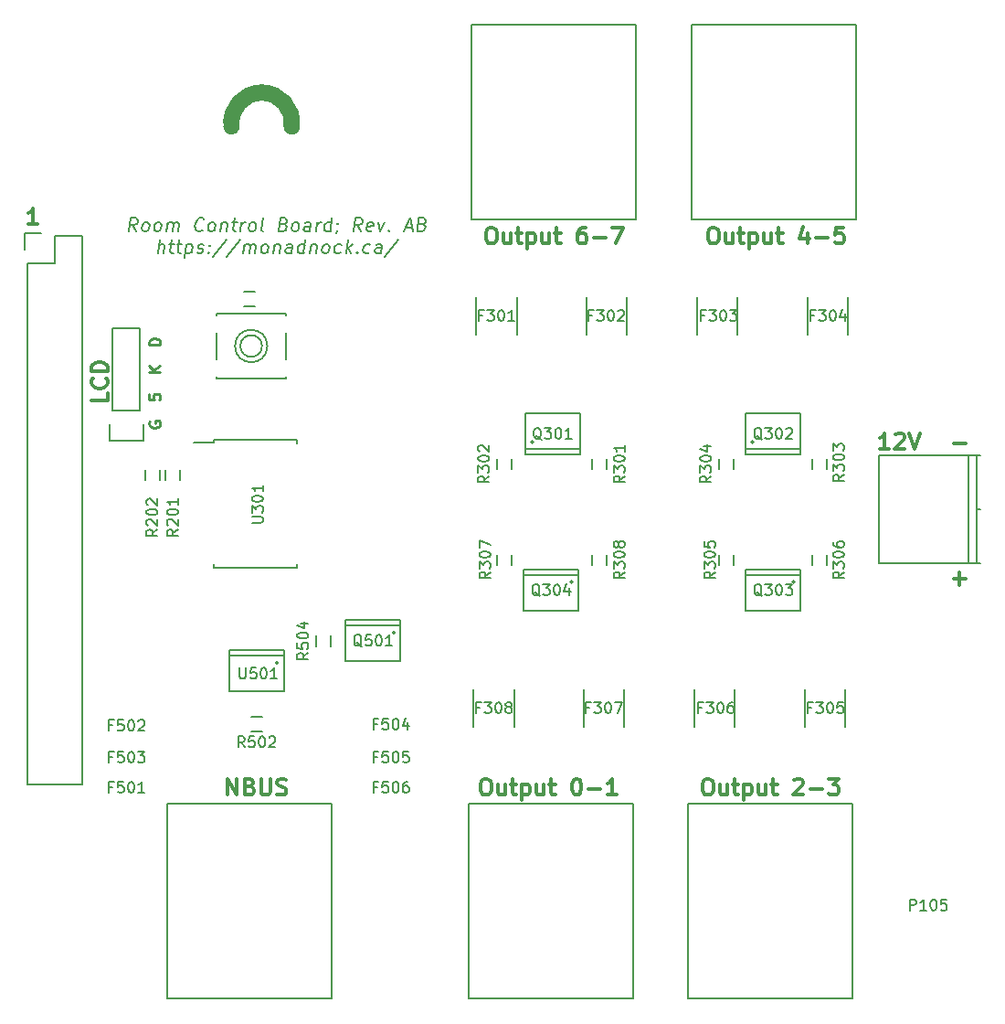
<source format=gto>
G04 #@! TF.FileFunction,Legend,Top*
%FSLAX46Y46*%
G04 Gerber Fmt 4.6, Leading zero omitted, Abs format (unit mm)*
G04 Created by KiCad (PCBNEW 4.0.4-stable) date Tue Nov 29 12:41:02 2016*
%MOMM*%
%LPD*%
G01*
G04 APERTURE LIST*
%ADD10C,0.100000*%
%ADD11C,0.254000*%
%ADD12C,0.300000*%
%ADD13C,0.150000*%
%ADD14C,1.500000*%
G04 APERTURE END LIST*
D10*
D11*
X112598200Y-89014905D02*
X112549819Y-89111667D01*
X112549819Y-89256810D01*
X112598200Y-89401952D01*
X112694962Y-89498714D01*
X112791724Y-89547095D01*
X112985248Y-89595476D01*
X113130390Y-89595476D01*
X113323914Y-89547095D01*
X113420676Y-89498714D01*
X113517438Y-89401952D01*
X113565819Y-89256810D01*
X113565819Y-89160048D01*
X113517438Y-89014905D01*
X113469057Y-88966524D01*
X113130390Y-88966524D01*
X113130390Y-89160048D01*
X112549819Y-86499095D02*
X112549819Y-86982904D01*
X113033629Y-87031285D01*
X112985248Y-86982904D01*
X112936867Y-86886142D01*
X112936867Y-86644238D01*
X112985248Y-86547476D01*
X113033629Y-86499095D01*
X113130390Y-86450714D01*
X113372295Y-86450714D01*
X113469057Y-86499095D01*
X113517438Y-86547476D01*
X113565819Y-86644238D01*
X113565819Y-86886142D01*
X113517438Y-86982904D01*
X113469057Y-87031285D01*
X113565819Y-81927095D02*
X112549819Y-81927095D01*
X112549819Y-81685190D01*
X112598200Y-81540048D01*
X112694962Y-81443286D01*
X112791724Y-81394905D01*
X112985248Y-81346524D01*
X113130390Y-81346524D01*
X113323914Y-81394905D01*
X113420676Y-81443286D01*
X113517438Y-81540048D01*
X113565819Y-81685190D01*
X113565819Y-81927095D01*
X113565819Y-84467095D02*
X112549819Y-84467095D01*
X113565819Y-83886524D02*
X112985248Y-84321952D01*
X112549819Y-83886524D02*
X113130390Y-84467095D01*
D12*
X108704771Y-86379714D02*
X108704771Y-87094000D01*
X107204771Y-87094000D01*
X108561914Y-85022571D02*
X108633343Y-85094000D01*
X108704771Y-85308286D01*
X108704771Y-85451143D01*
X108633343Y-85665428D01*
X108490486Y-85808286D01*
X108347629Y-85879714D01*
X108061914Y-85951143D01*
X107847629Y-85951143D01*
X107561914Y-85879714D01*
X107419057Y-85808286D01*
X107276200Y-85665428D01*
X107204771Y-85451143D01*
X107204771Y-85308286D01*
X107276200Y-85094000D01*
X107347629Y-85022571D01*
X108704771Y-84379714D02*
X107204771Y-84379714D01*
X107204771Y-84022571D01*
X107276200Y-83808286D01*
X107419057Y-83665428D01*
X107561914Y-83594000D01*
X107847629Y-83522571D01*
X108061914Y-83522571D01*
X108347629Y-83594000D01*
X108490486Y-83665428D01*
X108633343Y-83808286D01*
X108704771Y-84022571D01*
X108704771Y-84379714D01*
X119825629Y-123614571D02*
X119825629Y-122114571D01*
X120682772Y-123614571D01*
X120682772Y-122114571D01*
X121897058Y-122828857D02*
X122111344Y-122900286D01*
X122182772Y-122971714D01*
X122254201Y-123114571D01*
X122254201Y-123328857D01*
X122182772Y-123471714D01*
X122111344Y-123543143D01*
X121968486Y-123614571D01*
X121397058Y-123614571D01*
X121397058Y-122114571D01*
X121897058Y-122114571D01*
X122039915Y-122186000D01*
X122111344Y-122257429D01*
X122182772Y-122400286D01*
X122182772Y-122543143D01*
X122111344Y-122686000D01*
X122039915Y-122757429D01*
X121897058Y-122828857D01*
X121397058Y-122828857D01*
X122897058Y-122114571D02*
X122897058Y-123328857D01*
X122968486Y-123471714D01*
X123039915Y-123543143D01*
X123182772Y-123614571D01*
X123468486Y-123614571D01*
X123611344Y-123543143D01*
X123682772Y-123471714D01*
X123754201Y-123328857D01*
X123754201Y-122114571D01*
X124397058Y-123543143D02*
X124611344Y-123614571D01*
X124968487Y-123614571D01*
X125111344Y-123543143D01*
X125182773Y-123471714D01*
X125254201Y-123328857D01*
X125254201Y-123186000D01*
X125182773Y-123043143D01*
X125111344Y-122971714D01*
X124968487Y-122900286D01*
X124682773Y-122828857D01*
X124539915Y-122757429D01*
X124468487Y-122686000D01*
X124397058Y-122543143D01*
X124397058Y-122400286D01*
X124468487Y-122257429D01*
X124539915Y-122186000D01*
X124682773Y-122114571D01*
X125039915Y-122114571D01*
X125254201Y-122186000D01*
D13*
X111362326Y-71434976D02*
X111020063Y-70839738D01*
X110648040Y-71434976D02*
X110804290Y-70184976D01*
X111280481Y-70184976D01*
X111392087Y-70244500D01*
X111444171Y-70304024D01*
X111488814Y-70423071D01*
X111466492Y-70601643D01*
X111392087Y-70720690D01*
X111325123Y-70780214D01*
X111198635Y-70839738D01*
X110722444Y-70839738D01*
X112076611Y-71434976D02*
X111965004Y-71375452D01*
X111912920Y-71315929D01*
X111868277Y-71196881D01*
X111912920Y-70839738D01*
X111987325Y-70720690D01*
X112054290Y-70661167D01*
X112180777Y-70601643D01*
X112359349Y-70601643D01*
X112470957Y-70661167D01*
X112523039Y-70720690D01*
X112567682Y-70839738D01*
X112523039Y-71196881D01*
X112448634Y-71315929D01*
X112381671Y-71375452D01*
X112255183Y-71434976D01*
X112076611Y-71434976D01*
X113207563Y-71434976D02*
X113095956Y-71375452D01*
X113043872Y-71315929D01*
X112999229Y-71196881D01*
X113043872Y-70839738D01*
X113118277Y-70720690D01*
X113185242Y-70661167D01*
X113311729Y-70601643D01*
X113490301Y-70601643D01*
X113601909Y-70661167D01*
X113653991Y-70720690D01*
X113698634Y-70839738D01*
X113653991Y-71196881D01*
X113579586Y-71315929D01*
X113512623Y-71375452D01*
X113386135Y-71434976D01*
X113207563Y-71434976D01*
X114159944Y-71434976D02*
X114264110Y-70601643D01*
X114249229Y-70720690D02*
X114316194Y-70661167D01*
X114442681Y-70601643D01*
X114621253Y-70601643D01*
X114732861Y-70661167D01*
X114777503Y-70780214D01*
X114695658Y-71434976D01*
X114777503Y-70780214D02*
X114851908Y-70661167D01*
X114978396Y-70601643D01*
X115156967Y-70601643D01*
X115268575Y-70661167D01*
X115313218Y-70780214D01*
X115231373Y-71434976D01*
X117508158Y-71315929D02*
X117441194Y-71375452D01*
X117255183Y-71434976D01*
X117136135Y-71434976D01*
X116965003Y-71375452D01*
X116860837Y-71256405D01*
X116816194Y-71137357D01*
X116786432Y-70899262D01*
X116808753Y-70720690D01*
X116898039Y-70482595D01*
X116972444Y-70363548D01*
X117106372Y-70244500D01*
X117292385Y-70184976D01*
X117411433Y-70184976D01*
X117582563Y-70244500D01*
X117634647Y-70304024D01*
X118207563Y-71434976D02*
X118095956Y-71375452D01*
X118043872Y-71315929D01*
X117999229Y-71196881D01*
X118043872Y-70839738D01*
X118118277Y-70720690D01*
X118185242Y-70661167D01*
X118311729Y-70601643D01*
X118490301Y-70601643D01*
X118601909Y-70661167D01*
X118653991Y-70720690D01*
X118698634Y-70839738D01*
X118653991Y-71196881D01*
X118579586Y-71315929D01*
X118512623Y-71375452D01*
X118386135Y-71434976D01*
X118207563Y-71434976D01*
X119264110Y-70601643D02*
X119159944Y-71434976D01*
X119249229Y-70720690D02*
X119316194Y-70661167D01*
X119442681Y-70601643D01*
X119621253Y-70601643D01*
X119732861Y-70661167D01*
X119777503Y-70780214D01*
X119695658Y-71434976D01*
X120216491Y-70601643D02*
X120692681Y-70601643D01*
X120447146Y-70184976D02*
X120313217Y-71256405D01*
X120357860Y-71375452D01*
X120469467Y-71434976D01*
X120588515Y-71434976D01*
X121005182Y-71434976D02*
X121109348Y-70601643D01*
X121079586Y-70839738D02*
X121153991Y-70720690D01*
X121220956Y-70661167D01*
X121347443Y-70601643D01*
X121466491Y-70601643D01*
X121957563Y-71434976D02*
X121845956Y-71375452D01*
X121793872Y-71315929D01*
X121749229Y-71196881D01*
X121793872Y-70839738D01*
X121868277Y-70720690D01*
X121935242Y-70661167D01*
X122061729Y-70601643D01*
X122240301Y-70601643D01*
X122351909Y-70661167D01*
X122403991Y-70720690D01*
X122448634Y-70839738D01*
X122403991Y-71196881D01*
X122329586Y-71315929D01*
X122262623Y-71375452D01*
X122136135Y-71434976D01*
X121957563Y-71434976D01*
X123088515Y-71434976D02*
X122976908Y-71375452D01*
X122932265Y-71256405D01*
X123066194Y-70184976D01*
X125015599Y-70780214D02*
X125186729Y-70839738D01*
X125238813Y-70899262D01*
X125283456Y-71018310D01*
X125261134Y-71196881D01*
X125186729Y-71315929D01*
X125119765Y-71375452D01*
X124993278Y-71434976D01*
X124517087Y-71434976D01*
X124673337Y-70184976D01*
X125090004Y-70184976D01*
X125201610Y-70244500D01*
X125253694Y-70304024D01*
X125298337Y-70423071D01*
X125283456Y-70542119D01*
X125209051Y-70661167D01*
X125142086Y-70720690D01*
X125015599Y-70780214D01*
X124598932Y-70780214D01*
X125945658Y-71434976D02*
X125834051Y-71375452D01*
X125781967Y-71315929D01*
X125737324Y-71196881D01*
X125781967Y-70839738D01*
X125856372Y-70720690D01*
X125923337Y-70661167D01*
X126049824Y-70601643D01*
X126228396Y-70601643D01*
X126340004Y-70661167D01*
X126392086Y-70720690D01*
X126436729Y-70839738D01*
X126392086Y-71196881D01*
X126317681Y-71315929D01*
X126250718Y-71375452D01*
X126124230Y-71434976D01*
X125945658Y-71434976D01*
X127433753Y-71434976D02*
X127515598Y-70780214D01*
X127470956Y-70661167D01*
X127359348Y-70601643D01*
X127121253Y-70601643D01*
X126994765Y-70661167D01*
X127441193Y-71375452D02*
X127314706Y-71434976D01*
X127017087Y-71434976D01*
X126905479Y-71375452D01*
X126860836Y-71256405D01*
X126875717Y-71137357D01*
X126950122Y-71018310D01*
X127076610Y-70958786D01*
X127374229Y-70958786D01*
X127500717Y-70899262D01*
X128028991Y-71434976D02*
X128133157Y-70601643D01*
X128103395Y-70839738D02*
X128177800Y-70720690D01*
X128244765Y-70661167D01*
X128371252Y-70601643D01*
X128490300Y-70601643D01*
X129338515Y-71434976D02*
X129494765Y-70184976D01*
X129345955Y-71375452D02*
X129219468Y-71434976D01*
X128981372Y-71434976D01*
X128869765Y-71375452D01*
X128817681Y-71315929D01*
X128773038Y-71196881D01*
X128817681Y-70839738D01*
X128892086Y-70720690D01*
X128959051Y-70661167D01*
X129085538Y-70601643D01*
X129323634Y-70601643D01*
X129435241Y-70661167D01*
X130000717Y-71375452D02*
X129993277Y-71434976D01*
X129918871Y-71554024D01*
X129851907Y-71613548D01*
X130030479Y-70661167D02*
X130082562Y-70720690D01*
X130015598Y-70780214D01*
X129963514Y-70720690D01*
X130030479Y-70661167D01*
X130015598Y-70780214D01*
X132195658Y-71434976D02*
X131853395Y-70839738D01*
X131481372Y-71434976D02*
X131637622Y-70184976D01*
X132113813Y-70184976D01*
X132225419Y-70244500D01*
X132277503Y-70304024D01*
X132322146Y-70423071D01*
X132299824Y-70601643D01*
X132225419Y-70720690D01*
X132158455Y-70780214D01*
X132031967Y-70839738D01*
X131555776Y-70839738D01*
X133215003Y-71375452D02*
X133088515Y-71434976D01*
X132850420Y-71434976D01*
X132738812Y-71375452D01*
X132694169Y-71256405D01*
X132753693Y-70780214D01*
X132828098Y-70661167D01*
X132954586Y-70601643D01*
X133192681Y-70601643D01*
X133304289Y-70661167D01*
X133348931Y-70780214D01*
X133334050Y-70899262D01*
X132723931Y-71018310D01*
X133787919Y-70601643D02*
X133981372Y-71434976D01*
X134383158Y-70601643D01*
X134770062Y-71315929D02*
X134822146Y-71375452D01*
X134755182Y-71434976D01*
X134703098Y-71375452D01*
X134770062Y-71315929D01*
X134755182Y-71434976D01*
X136287919Y-71077833D02*
X136883157Y-71077833D01*
X136124230Y-71434976D02*
X136697146Y-70184976D01*
X136957563Y-71434976D01*
X137872742Y-70780214D02*
X138043872Y-70839738D01*
X138095956Y-70899262D01*
X138140599Y-71018310D01*
X138118277Y-71196881D01*
X138043872Y-71315929D01*
X137976908Y-71375452D01*
X137850421Y-71434976D01*
X137374230Y-71434976D01*
X137530480Y-70184976D01*
X137947147Y-70184976D01*
X138058753Y-70244500D01*
X138110837Y-70304024D01*
X138155480Y-70423071D01*
X138140599Y-70542119D01*
X138066194Y-70661167D01*
X137999229Y-70720690D01*
X137872742Y-70780214D01*
X137456075Y-70780214D01*
X113356374Y-73459976D02*
X113512624Y-72209976D01*
X113892088Y-73459976D02*
X113973933Y-72805214D01*
X113929291Y-72686167D01*
X113817683Y-72626643D01*
X113639111Y-72626643D01*
X113512624Y-72686167D01*
X113445659Y-72745690D01*
X114412921Y-72626643D02*
X114889111Y-72626643D01*
X114643576Y-72209976D02*
X114509647Y-73281405D01*
X114554290Y-73400452D01*
X114665897Y-73459976D01*
X114784945Y-73459976D01*
X115127207Y-72626643D02*
X115603397Y-72626643D01*
X115357862Y-72209976D02*
X115223933Y-73281405D01*
X115268576Y-73400452D01*
X115380183Y-73459976D01*
X115499231Y-73459976D01*
X116020064Y-72626643D02*
X115863814Y-73876643D01*
X116012624Y-72686167D02*
X116139112Y-72626643D01*
X116377207Y-72626643D01*
X116488815Y-72686167D01*
X116540897Y-72745690D01*
X116585540Y-72864738D01*
X116540897Y-73221881D01*
X116466492Y-73340929D01*
X116399529Y-73400452D01*
X116273041Y-73459976D01*
X116034946Y-73459976D01*
X115923338Y-73400452D01*
X116994766Y-73400452D02*
X117106374Y-73459976D01*
X117344469Y-73459976D01*
X117470957Y-73400452D01*
X117545362Y-73281405D01*
X117552802Y-73221881D01*
X117508159Y-73102833D01*
X117396552Y-73043310D01*
X117217981Y-73043310D01*
X117106373Y-72983786D01*
X117061730Y-72864738D01*
X117069171Y-72805214D01*
X117143576Y-72686167D01*
X117270064Y-72626643D01*
X117448635Y-72626643D01*
X117560243Y-72686167D01*
X118073635Y-73340929D02*
X118125719Y-73400452D01*
X118058755Y-73459976D01*
X118006671Y-73400452D01*
X118073635Y-73340929D01*
X118058755Y-73459976D01*
X118155481Y-72686167D02*
X118207564Y-72745690D01*
X118140600Y-72805214D01*
X118088516Y-72745690D01*
X118155481Y-72686167D01*
X118140600Y-72805214D01*
X119710540Y-72150452D02*
X118438219Y-73757595D01*
X121020064Y-72150452D02*
X119747743Y-73757595D01*
X121273041Y-73459976D02*
X121377207Y-72626643D01*
X121362326Y-72745690D02*
X121429291Y-72686167D01*
X121555778Y-72626643D01*
X121734350Y-72626643D01*
X121845958Y-72686167D01*
X121890600Y-72805214D01*
X121808755Y-73459976D01*
X121890600Y-72805214D02*
X121965005Y-72686167D01*
X122091493Y-72626643D01*
X122270064Y-72626643D01*
X122381672Y-72686167D01*
X122426315Y-72805214D01*
X122344470Y-73459976D01*
X123118279Y-73459976D02*
X123006672Y-73400452D01*
X122954588Y-73340929D01*
X122909945Y-73221881D01*
X122954588Y-72864738D01*
X123028993Y-72745690D01*
X123095958Y-72686167D01*
X123222445Y-72626643D01*
X123401017Y-72626643D01*
X123512625Y-72686167D01*
X123564707Y-72745690D01*
X123609350Y-72864738D01*
X123564707Y-73221881D01*
X123490302Y-73340929D01*
X123423339Y-73400452D01*
X123296851Y-73459976D01*
X123118279Y-73459976D01*
X124174826Y-72626643D02*
X124070660Y-73459976D01*
X124159945Y-72745690D02*
X124226910Y-72686167D01*
X124353397Y-72626643D01*
X124531969Y-72626643D01*
X124643577Y-72686167D01*
X124688219Y-72805214D01*
X124606374Y-73459976D01*
X125737326Y-73459976D02*
X125819171Y-72805214D01*
X125774529Y-72686167D01*
X125662921Y-72626643D01*
X125424826Y-72626643D01*
X125298338Y-72686167D01*
X125744766Y-73400452D02*
X125618279Y-73459976D01*
X125320660Y-73459976D01*
X125209052Y-73400452D01*
X125164409Y-73281405D01*
X125179290Y-73162357D01*
X125253695Y-73043310D01*
X125380183Y-72983786D01*
X125677802Y-72983786D01*
X125804290Y-72924262D01*
X126868278Y-73459976D02*
X127024528Y-72209976D01*
X126875718Y-73400452D02*
X126749231Y-73459976D01*
X126511135Y-73459976D01*
X126399528Y-73400452D01*
X126347444Y-73340929D01*
X126302801Y-73221881D01*
X126347444Y-72864738D01*
X126421849Y-72745690D01*
X126488814Y-72686167D01*
X126615301Y-72626643D01*
X126853397Y-72626643D01*
X126965004Y-72686167D01*
X127567682Y-72626643D02*
X127463516Y-73459976D01*
X127552801Y-72745690D02*
X127619766Y-72686167D01*
X127746253Y-72626643D01*
X127924825Y-72626643D01*
X128036433Y-72686167D01*
X128081075Y-72805214D01*
X127999230Y-73459976D01*
X128773039Y-73459976D02*
X128661432Y-73400452D01*
X128609348Y-73340929D01*
X128564705Y-73221881D01*
X128609348Y-72864738D01*
X128683753Y-72745690D01*
X128750718Y-72686167D01*
X128877205Y-72626643D01*
X129055777Y-72626643D01*
X129167385Y-72686167D01*
X129219467Y-72745690D01*
X129264110Y-72864738D01*
X129219467Y-73221881D01*
X129145062Y-73340929D01*
X129078099Y-73400452D01*
X128951611Y-73459976D01*
X128773039Y-73459976D01*
X130268574Y-73400452D02*
X130142087Y-73459976D01*
X129903991Y-73459976D01*
X129792384Y-73400452D01*
X129740300Y-73340929D01*
X129695657Y-73221881D01*
X129740300Y-72864738D01*
X129814705Y-72745690D01*
X129881670Y-72686167D01*
X130008157Y-72626643D01*
X130246253Y-72626643D01*
X130357860Y-72686167D01*
X130796849Y-73459976D02*
X130953099Y-72209976D01*
X130975420Y-72983786D02*
X131273040Y-73459976D01*
X131377206Y-72626643D02*
X130841491Y-73102833D01*
X131823634Y-73340929D02*
X131875718Y-73400452D01*
X131808754Y-73459976D01*
X131756670Y-73400452D01*
X131823634Y-73340929D01*
X131808754Y-73459976D01*
X132947146Y-73400452D02*
X132820659Y-73459976D01*
X132582563Y-73459976D01*
X132470956Y-73400452D01*
X132418872Y-73340929D01*
X132374229Y-73221881D01*
X132418872Y-72864738D01*
X132493277Y-72745690D01*
X132560242Y-72686167D01*
X132686729Y-72626643D01*
X132924825Y-72626643D01*
X133036432Y-72686167D01*
X134011135Y-73459976D02*
X134092980Y-72805214D01*
X134048338Y-72686167D01*
X133936730Y-72626643D01*
X133698635Y-72626643D01*
X133572147Y-72686167D01*
X134018575Y-73400452D02*
X133892088Y-73459976D01*
X133594469Y-73459976D01*
X133482861Y-73400452D01*
X133438218Y-73281405D01*
X133453099Y-73162357D01*
X133527504Y-73043310D01*
X133653992Y-72983786D01*
X133951611Y-72983786D01*
X134078099Y-72924262D01*
X135662920Y-72150452D02*
X134390599Y-73757595D01*
D12*
X187083772Y-103612143D02*
X188226629Y-103612143D01*
X187655200Y-104183571D02*
X187655200Y-103040714D01*
X187083772Y-91039143D02*
X188226629Y-91039143D01*
X181138629Y-91610571D02*
X180281486Y-91610571D01*
X180710058Y-91610571D02*
X180710058Y-90110571D01*
X180567201Y-90324857D01*
X180424343Y-90467714D01*
X180281486Y-90539143D01*
X181710057Y-90253429D02*
X181781486Y-90182000D01*
X181924343Y-90110571D01*
X182281486Y-90110571D01*
X182424343Y-90182000D01*
X182495772Y-90253429D01*
X182567200Y-90396286D01*
X182567200Y-90539143D01*
X182495772Y-90753429D01*
X181638629Y-91610571D01*
X182567200Y-91610571D01*
X182995771Y-90110571D02*
X183495771Y-91610571D01*
X183995771Y-90110571D01*
X144098914Y-71060571D02*
X144384628Y-71060571D01*
X144527486Y-71132000D01*
X144670343Y-71274857D01*
X144741771Y-71560571D01*
X144741771Y-72060571D01*
X144670343Y-72346286D01*
X144527486Y-72489143D01*
X144384628Y-72560571D01*
X144098914Y-72560571D01*
X143956057Y-72489143D01*
X143813200Y-72346286D01*
X143741771Y-72060571D01*
X143741771Y-71560571D01*
X143813200Y-71274857D01*
X143956057Y-71132000D01*
X144098914Y-71060571D01*
X146027486Y-71560571D02*
X146027486Y-72560571D01*
X145384629Y-71560571D02*
X145384629Y-72346286D01*
X145456057Y-72489143D01*
X145598915Y-72560571D01*
X145813200Y-72560571D01*
X145956057Y-72489143D01*
X146027486Y-72417714D01*
X146527486Y-71560571D02*
X147098915Y-71560571D01*
X146741772Y-71060571D02*
X146741772Y-72346286D01*
X146813200Y-72489143D01*
X146956058Y-72560571D01*
X147098915Y-72560571D01*
X147598915Y-71560571D02*
X147598915Y-73060571D01*
X147598915Y-71632000D02*
X147741772Y-71560571D01*
X148027486Y-71560571D01*
X148170343Y-71632000D01*
X148241772Y-71703429D01*
X148313201Y-71846286D01*
X148313201Y-72274857D01*
X148241772Y-72417714D01*
X148170343Y-72489143D01*
X148027486Y-72560571D01*
X147741772Y-72560571D01*
X147598915Y-72489143D01*
X149598915Y-71560571D02*
X149598915Y-72560571D01*
X148956058Y-71560571D02*
X148956058Y-72346286D01*
X149027486Y-72489143D01*
X149170344Y-72560571D01*
X149384629Y-72560571D01*
X149527486Y-72489143D01*
X149598915Y-72417714D01*
X150098915Y-71560571D02*
X150670344Y-71560571D01*
X150313201Y-71060571D02*
X150313201Y-72346286D01*
X150384629Y-72489143D01*
X150527487Y-72560571D01*
X150670344Y-72560571D01*
X152956058Y-71060571D02*
X152670344Y-71060571D01*
X152527487Y-71132000D01*
X152456058Y-71203429D01*
X152313201Y-71417714D01*
X152241772Y-71703429D01*
X152241772Y-72274857D01*
X152313201Y-72417714D01*
X152384629Y-72489143D01*
X152527487Y-72560571D01*
X152813201Y-72560571D01*
X152956058Y-72489143D01*
X153027487Y-72417714D01*
X153098915Y-72274857D01*
X153098915Y-71917714D01*
X153027487Y-71774857D01*
X152956058Y-71703429D01*
X152813201Y-71632000D01*
X152527487Y-71632000D01*
X152384629Y-71703429D01*
X152313201Y-71774857D01*
X152241772Y-71917714D01*
X153741772Y-71989143D02*
X154884629Y-71989143D01*
X155456058Y-71060571D02*
X156456058Y-71060571D01*
X155813201Y-72560571D01*
X164672914Y-71060571D02*
X164958628Y-71060571D01*
X165101486Y-71132000D01*
X165244343Y-71274857D01*
X165315771Y-71560571D01*
X165315771Y-72060571D01*
X165244343Y-72346286D01*
X165101486Y-72489143D01*
X164958628Y-72560571D01*
X164672914Y-72560571D01*
X164530057Y-72489143D01*
X164387200Y-72346286D01*
X164315771Y-72060571D01*
X164315771Y-71560571D01*
X164387200Y-71274857D01*
X164530057Y-71132000D01*
X164672914Y-71060571D01*
X166601486Y-71560571D02*
X166601486Y-72560571D01*
X165958629Y-71560571D02*
X165958629Y-72346286D01*
X166030057Y-72489143D01*
X166172915Y-72560571D01*
X166387200Y-72560571D01*
X166530057Y-72489143D01*
X166601486Y-72417714D01*
X167101486Y-71560571D02*
X167672915Y-71560571D01*
X167315772Y-71060571D02*
X167315772Y-72346286D01*
X167387200Y-72489143D01*
X167530058Y-72560571D01*
X167672915Y-72560571D01*
X168172915Y-71560571D02*
X168172915Y-73060571D01*
X168172915Y-71632000D02*
X168315772Y-71560571D01*
X168601486Y-71560571D01*
X168744343Y-71632000D01*
X168815772Y-71703429D01*
X168887201Y-71846286D01*
X168887201Y-72274857D01*
X168815772Y-72417714D01*
X168744343Y-72489143D01*
X168601486Y-72560571D01*
X168315772Y-72560571D01*
X168172915Y-72489143D01*
X170172915Y-71560571D02*
X170172915Y-72560571D01*
X169530058Y-71560571D02*
X169530058Y-72346286D01*
X169601486Y-72489143D01*
X169744344Y-72560571D01*
X169958629Y-72560571D01*
X170101486Y-72489143D01*
X170172915Y-72417714D01*
X170672915Y-71560571D02*
X171244344Y-71560571D01*
X170887201Y-71060571D02*
X170887201Y-72346286D01*
X170958629Y-72489143D01*
X171101487Y-72560571D01*
X171244344Y-72560571D01*
X173530058Y-71560571D02*
X173530058Y-72560571D01*
X173172915Y-70989143D02*
X172815772Y-72060571D01*
X173744344Y-72060571D01*
X174315772Y-71989143D02*
X175458629Y-71989143D01*
X176887201Y-71060571D02*
X176172915Y-71060571D01*
X176101486Y-71774857D01*
X176172915Y-71703429D01*
X176315772Y-71632000D01*
X176672915Y-71632000D01*
X176815772Y-71703429D01*
X176887201Y-71774857D01*
X176958629Y-71917714D01*
X176958629Y-72274857D01*
X176887201Y-72417714D01*
X176815772Y-72489143D01*
X176672915Y-72560571D01*
X176315772Y-72560571D01*
X176172915Y-72489143D01*
X176101486Y-72417714D01*
X164164914Y-122114571D02*
X164450628Y-122114571D01*
X164593486Y-122186000D01*
X164736343Y-122328857D01*
X164807771Y-122614571D01*
X164807771Y-123114571D01*
X164736343Y-123400286D01*
X164593486Y-123543143D01*
X164450628Y-123614571D01*
X164164914Y-123614571D01*
X164022057Y-123543143D01*
X163879200Y-123400286D01*
X163807771Y-123114571D01*
X163807771Y-122614571D01*
X163879200Y-122328857D01*
X164022057Y-122186000D01*
X164164914Y-122114571D01*
X166093486Y-122614571D02*
X166093486Y-123614571D01*
X165450629Y-122614571D02*
X165450629Y-123400286D01*
X165522057Y-123543143D01*
X165664915Y-123614571D01*
X165879200Y-123614571D01*
X166022057Y-123543143D01*
X166093486Y-123471714D01*
X166593486Y-122614571D02*
X167164915Y-122614571D01*
X166807772Y-122114571D02*
X166807772Y-123400286D01*
X166879200Y-123543143D01*
X167022058Y-123614571D01*
X167164915Y-123614571D01*
X167664915Y-122614571D02*
X167664915Y-124114571D01*
X167664915Y-122686000D02*
X167807772Y-122614571D01*
X168093486Y-122614571D01*
X168236343Y-122686000D01*
X168307772Y-122757429D01*
X168379201Y-122900286D01*
X168379201Y-123328857D01*
X168307772Y-123471714D01*
X168236343Y-123543143D01*
X168093486Y-123614571D01*
X167807772Y-123614571D01*
X167664915Y-123543143D01*
X169664915Y-122614571D02*
X169664915Y-123614571D01*
X169022058Y-122614571D02*
X169022058Y-123400286D01*
X169093486Y-123543143D01*
X169236344Y-123614571D01*
X169450629Y-123614571D01*
X169593486Y-123543143D01*
X169664915Y-123471714D01*
X170164915Y-122614571D02*
X170736344Y-122614571D01*
X170379201Y-122114571D02*
X170379201Y-123400286D01*
X170450629Y-123543143D01*
X170593487Y-123614571D01*
X170736344Y-123614571D01*
X172307772Y-122257429D02*
X172379201Y-122186000D01*
X172522058Y-122114571D01*
X172879201Y-122114571D01*
X173022058Y-122186000D01*
X173093487Y-122257429D01*
X173164915Y-122400286D01*
X173164915Y-122543143D01*
X173093487Y-122757429D01*
X172236344Y-123614571D01*
X173164915Y-123614571D01*
X173807772Y-123043143D02*
X174950629Y-123043143D01*
X175522058Y-122114571D02*
X176450629Y-122114571D01*
X175950629Y-122686000D01*
X176164915Y-122686000D01*
X176307772Y-122757429D01*
X176379201Y-122828857D01*
X176450629Y-122971714D01*
X176450629Y-123328857D01*
X176379201Y-123471714D01*
X176307772Y-123543143D01*
X176164915Y-123614571D01*
X175736343Y-123614571D01*
X175593486Y-123543143D01*
X175522058Y-123471714D01*
X143590914Y-122114571D02*
X143876628Y-122114571D01*
X144019486Y-122186000D01*
X144162343Y-122328857D01*
X144233771Y-122614571D01*
X144233771Y-123114571D01*
X144162343Y-123400286D01*
X144019486Y-123543143D01*
X143876628Y-123614571D01*
X143590914Y-123614571D01*
X143448057Y-123543143D01*
X143305200Y-123400286D01*
X143233771Y-123114571D01*
X143233771Y-122614571D01*
X143305200Y-122328857D01*
X143448057Y-122186000D01*
X143590914Y-122114571D01*
X145519486Y-122614571D02*
X145519486Y-123614571D01*
X144876629Y-122614571D02*
X144876629Y-123400286D01*
X144948057Y-123543143D01*
X145090915Y-123614571D01*
X145305200Y-123614571D01*
X145448057Y-123543143D01*
X145519486Y-123471714D01*
X146019486Y-122614571D02*
X146590915Y-122614571D01*
X146233772Y-122114571D02*
X146233772Y-123400286D01*
X146305200Y-123543143D01*
X146448058Y-123614571D01*
X146590915Y-123614571D01*
X147090915Y-122614571D02*
X147090915Y-124114571D01*
X147090915Y-122686000D02*
X147233772Y-122614571D01*
X147519486Y-122614571D01*
X147662343Y-122686000D01*
X147733772Y-122757429D01*
X147805201Y-122900286D01*
X147805201Y-123328857D01*
X147733772Y-123471714D01*
X147662343Y-123543143D01*
X147519486Y-123614571D01*
X147233772Y-123614571D01*
X147090915Y-123543143D01*
X149090915Y-122614571D02*
X149090915Y-123614571D01*
X148448058Y-122614571D02*
X148448058Y-123400286D01*
X148519486Y-123543143D01*
X148662344Y-123614571D01*
X148876629Y-123614571D01*
X149019486Y-123543143D01*
X149090915Y-123471714D01*
X149590915Y-122614571D02*
X150162344Y-122614571D01*
X149805201Y-122114571D02*
X149805201Y-123400286D01*
X149876629Y-123543143D01*
X150019487Y-123614571D01*
X150162344Y-123614571D01*
X152090915Y-122114571D02*
X152233772Y-122114571D01*
X152376629Y-122186000D01*
X152448058Y-122257429D01*
X152519487Y-122400286D01*
X152590915Y-122686000D01*
X152590915Y-123043143D01*
X152519487Y-123328857D01*
X152448058Y-123471714D01*
X152376629Y-123543143D01*
X152233772Y-123614571D01*
X152090915Y-123614571D01*
X151948058Y-123543143D01*
X151876629Y-123471714D01*
X151805201Y-123328857D01*
X151733772Y-123043143D01*
X151733772Y-122686000D01*
X151805201Y-122400286D01*
X151876629Y-122257429D01*
X151948058Y-122186000D01*
X152090915Y-122114571D01*
X153233772Y-123043143D02*
X154376629Y-123043143D01*
X155876629Y-123614571D02*
X155019486Y-123614571D01*
X155448058Y-123614571D02*
X155448058Y-122114571D01*
X155305201Y-122328857D01*
X155162343Y-122471714D01*
X155019486Y-122543143D01*
X102231772Y-70782571D02*
X101374629Y-70782571D01*
X101803201Y-70782571D02*
X101803201Y-69282571D01*
X101660344Y-69496857D01*
X101517486Y-69639714D01*
X101374629Y-69711143D01*
D13*
X106375200Y-122682000D02*
X106375200Y-71882000D01*
X101295200Y-74422000D02*
X101295200Y-122682000D01*
X106375200Y-122682000D02*
X101295200Y-122682000D01*
X106375200Y-71882000D02*
X103835200Y-71882000D01*
X102565200Y-71602000D02*
X101015200Y-71602000D01*
X103835200Y-71882000D02*
X103835200Y-74422000D01*
X103835200Y-74422000D02*
X101295200Y-74422000D01*
X101015200Y-71602000D02*
X101015200Y-73152000D01*
X118746200Y-85042000D02*
X118746200Y-84842000D01*
X118746200Y-79042000D02*
X118746200Y-79242000D01*
X125246200Y-79042000D02*
X125246200Y-79242000D01*
X125246200Y-85042000D02*
X125246200Y-84842000D01*
X125246200Y-83242000D02*
X125246200Y-80842000D01*
X118746200Y-83242000D02*
X118746200Y-80842000D01*
X118746200Y-85042000D02*
X125246200Y-85042000D01*
X125246200Y-79042000D02*
X118746200Y-79042000D01*
X122996200Y-82042000D02*
G75*
G03X122996200Y-82042000I-1000000J0D01*
G01*
X123496200Y-82042000D02*
G75*
G03X123496200Y-82042000I-1500000J0D01*
G01*
X146166200Y-92464000D02*
X146166200Y-93464000D01*
X144816200Y-93464000D02*
X144816200Y-92464000D01*
X146608803Y-80975200D02*
X146608803Y-77520800D01*
X142849603Y-80975200D02*
X142849603Y-77520800D01*
X156841374Y-80975200D02*
X156841374Y-77520800D01*
X153082174Y-80975200D02*
X153082174Y-77520800D01*
X167073945Y-80975200D02*
X167073945Y-77520800D01*
X163314745Y-80975200D02*
X163314745Y-77520800D01*
X177306516Y-80975200D02*
X177306516Y-77520800D01*
X173547316Y-80975200D02*
X173547316Y-77520800D01*
X173293313Y-113842800D02*
X173293313Y-117297200D01*
X177052513Y-113842800D02*
X177052513Y-117297200D01*
X163060742Y-113842800D02*
X163060742Y-117297200D01*
X166819942Y-113842800D02*
X166819942Y-117297200D01*
X152828171Y-113842800D02*
X152828171Y-117297200D01*
X156587371Y-113842800D02*
X156587371Y-117297200D01*
X142595600Y-113842800D02*
X142595600Y-117297200D01*
X146354800Y-113842800D02*
X146354800Y-117297200D01*
X157683201Y-52324000D02*
X142443201Y-52324000D01*
X142443201Y-52324000D02*
X142443201Y-70358000D01*
X142443201Y-70358000D02*
X157683201Y-70358000D01*
X157683201Y-70358000D02*
X157683201Y-52324000D01*
X178021231Y-52324000D02*
X162781231Y-52324000D01*
X162781231Y-52324000D02*
X162781231Y-70358000D01*
X162781231Y-70358000D02*
X178021231Y-70358000D01*
X178021231Y-70358000D02*
X178021231Y-52324000D01*
X162473139Y-142494000D02*
X177713139Y-142494000D01*
X177713139Y-142494000D02*
X177713139Y-124460000D01*
X177713139Y-124460000D02*
X162473139Y-124460000D01*
X162473139Y-124460000D02*
X162473139Y-142494000D01*
X142135109Y-142494000D02*
X157375109Y-142494000D01*
X157375109Y-142494000D02*
X157375109Y-124460000D01*
X157375109Y-124460000D02*
X142135109Y-124460000D01*
X142135109Y-124460000D02*
X142135109Y-142494000D01*
X114249200Y-142494000D02*
X129489200Y-142494000D01*
X129489200Y-142494000D02*
X129489200Y-124460000D01*
X129489200Y-124460000D02*
X114249200Y-124460000D01*
X114249200Y-124460000D02*
X114249200Y-142494000D01*
X189199200Y-102195000D02*
X189599200Y-102195000D01*
X189199200Y-102195000D02*
X189199200Y-100695000D01*
X188599200Y-102195000D02*
X189199200Y-102195000D01*
X188449200Y-100695000D02*
X188449200Y-102195000D01*
X189199200Y-93695000D02*
X189199200Y-92195000D01*
X188449200Y-93695000D02*
X188449200Y-92195000D01*
X189099200Y-92195000D02*
X189599200Y-92195000D01*
X180199200Y-92195000D02*
X180199200Y-94495000D01*
X181499200Y-92195000D02*
X180199200Y-92195000D01*
X180199200Y-102195000D02*
X180199200Y-101495000D01*
X180999200Y-102195000D02*
X180199200Y-102195000D01*
X189199200Y-97195000D02*
X189599200Y-97195000D01*
X188449200Y-100695000D02*
X188449200Y-93695000D01*
X189199200Y-100695000D02*
X189199200Y-93695000D01*
X180999200Y-102195000D02*
X188599200Y-102195000D01*
X189099200Y-92195000D02*
X181499200Y-92195000D01*
X180199200Y-94445000D02*
X180199200Y-101445000D01*
X148158200Y-90932000D02*
G75*
G03X148158200Y-90932000I-127000J0D01*
G01*
X147396200Y-91567000D02*
X152476200Y-91567000D01*
X147396200Y-88265000D02*
X152476200Y-88265000D01*
X147396200Y-92075000D02*
X152476200Y-92075000D01*
X147396200Y-92075000D02*
X147396200Y-88265000D01*
X152476200Y-92075000D02*
X152476200Y-88265000D01*
X168605200Y-90932000D02*
G75*
G03X168605200Y-90932000I-127000J0D01*
G01*
X167843200Y-91567000D02*
X172923200Y-91567000D01*
X167843200Y-88265000D02*
X172923200Y-88265000D01*
X167843200Y-92075000D02*
X172923200Y-92075000D01*
X167843200Y-92075000D02*
X167843200Y-88265000D01*
X172923200Y-92075000D02*
X172923200Y-88265000D01*
X172415200Y-103886000D02*
G75*
G03X172415200Y-103886000I-127000J0D01*
G01*
X172923200Y-103251000D02*
X167843200Y-103251000D01*
X172923200Y-106553000D02*
X167843200Y-106553000D01*
X172923200Y-102743000D02*
X167843200Y-102743000D01*
X172923200Y-102743000D02*
X172923200Y-106553000D01*
X167843200Y-102743000D02*
X167843200Y-106553000D01*
X151841200Y-103886000D02*
G75*
G03X151841200Y-103886000I-127000J0D01*
G01*
X152349200Y-103251000D02*
X147269200Y-103251000D01*
X152349200Y-106553000D02*
X147269200Y-106553000D01*
X152349200Y-102743000D02*
X147269200Y-102743000D01*
X152349200Y-102743000D02*
X152349200Y-106553000D01*
X147269200Y-102743000D02*
X147269200Y-106553000D01*
X135331200Y-108585000D02*
G75*
G03X135331200Y-108585000I-127000J0D01*
G01*
X135839200Y-107950000D02*
X130759200Y-107950000D01*
X135839200Y-111252000D02*
X130759200Y-111252000D01*
X135839200Y-107442000D02*
X130759200Y-107442000D01*
X135839200Y-107442000D02*
X135839200Y-111252000D01*
X130759200Y-107442000D02*
X130759200Y-111252000D01*
X118502200Y-90697000D02*
X118502200Y-90947000D01*
X126252200Y-90697000D02*
X126252200Y-91042000D01*
X126252200Y-102597000D02*
X126252200Y-102252000D01*
X118502200Y-102597000D02*
X118502200Y-102252000D01*
X118502200Y-90697000D02*
X126252200Y-90697000D01*
X118502200Y-102597000D02*
X126252200Y-102597000D01*
X118502200Y-90947000D02*
X116677200Y-90947000D01*
X124536200Y-111379000D02*
G75*
G03X124536200Y-111379000I-127000J0D01*
G01*
X125044200Y-110744000D02*
X119964200Y-110744000D01*
X125044200Y-114046000D02*
X119964200Y-114046000D01*
X125044200Y-110236000D02*
X119964200Y-110236000D01*
X125044200Y-110236000D02*
X125044200Y-114046000D01*
X119964200Y-110236000D02*
X119964200Y-114046000D01*
X129402200Y-108847000D02*
X129402200Y-109847000D01*
X128052200Y-109847000D02*
X128052200Y-108847000D01*
X115432200Y-93480000D02*
X115432200Y-94480000D01*
X114082200Y-94480000D02*
X114082200Y-93480000D01*
X113527200Y-93480000D02*
X113527200Y-94480000D01*
X112177200Y-94480000D02*
X112177200Y-93480000D01*
X154929200Y-92464000D02*
X154929200Y-93464000D01*
X153579200Y-93464000D02*
X153579200Y-92464000D01*
X175376200Y-92464000D02*
X175376200Y-93464000D01*
X174026200Y-93464000D02*
X174026200Y-92464000D01*
X166740200Y-92464000D02*
X166740200Y-93464000D01*
X165390200Y-93464000D02*
X165390200Y-92464000D01*
X165390200Y-102354000D02*
X165390200Y-101354000D01*
X166740200Y-101354000D02*
X166740200Y-102354000D01*
X174026200Y-102354000D02*
X174026200Y-101354000D01*
X175376200Y-101354000D02*
X175376200Y-102354000D01*
X144816200Y-102354000D02*
X144816200Y-101354000D01*
X146166200Y-101354000D02*
X146166200Y-102354000D01*
X153579200Y-102354000D02*
X153579200Y-101354000D01*
X154929200Y-101354000D02*
X154929200Y-102354000D01*
X123004200Y-117769000D02*
X122004200Y-117769000D01*
X122004200Y-116419000D02*
X123004200Y-116419000D01*
D14*
X125760404Y-61718288D02*
G75*
G03X120182200Y-61703000I-2788204J335288D01*
G01*
D13*
X111709200Y-88011000D02*
X111709200Y-80391000D01*
X109169200Y-88011000D02*
X109169200Y-80391000D01*
X108889200Y-90831000D02*
X108889200Y-89281000D01*
X111709200Y-80391000D02*
X109169200Y-80391000D01*
X109169200Y-88011000D02*
X111709200Y-88011000D01*
X111989200Y-89281000D02*
X111989200Y-90831000D01*
X111989200Y-90831000D02*
X108889200Y-90831000D01*
X121369200Y-77049000D02*
X122369200Y-77049000D01*
X122369200Y-78399000D02*
X121369200Y-78399000D01*
X144038581Y-94083047D02*
X143562390Y-94416381D01*
X144038581Y-94654476D02*
X143038581Y-94654476D01*
X143038581Y-94273523D01*
X143086200Y-94178285D01*
X143133819Y-94130666D01*
X143229057Y-94083047D01*
X143371914Y-94083047D01*
X143467152Y-94130666D01*
X143514771Y-94178285D01*
X143562390Y-94273523D01*
X143562390Y-94654476D01*
X143038581Y-93749714D02*
X143038581Y-93130666D01*
X143419533Y-93464000D01*
X143419533Y-93321142D01*
X143467152Y-93225904D01*
X143514771Y-93178285D01*
X143610010Y-93130666D01*
X143848105Y-93130666D01*
X143943343Y-93178285D01*
X143990962Y-93225904D01*
X144038581Y-93321142D01*
X144038581Y-93606857D01*
X143990962Y-93702095D01*
X143943343Y-93749714D01*
X143038581Y-92511619D02*
X143038581Y-92416380D01*
X143086200Y-92321142D01*
X143133819Y-92273523D01*
X143229057Y-92225904D01*
X143419533Y-92178285D01*
X143657629Y-92178285D01*
X143848105Y-92225904D01*
X143943343Y-92273523D01*
X143990962Y-92321142D01*
X144038581Y-92416380D01*
X144038581Y-92511619D01*
X143990962Y-92606857D01*
X143943343Y-92654476D01*
X143848105Y-92702095D01*
X143657629Y-92749714D01*
X143419533Y-92749714D01*
X143229057Y-92702095D01*
X143133819Y-92654476D01*
X143086200Y-92606857D01*
X143038581Y-92511619D01*
X143133819Y-91797333D02*
X143086200Y-91749714D01*
X143038581Y-91654476D01*
X143038581Y-91416380D01*
X143086200Y-91321142D01*
X143133819Y-91273523D01*
X143229057Y-91225904D01*
X143324295Y-91225904D01*
X143467152Y-91273523D01*
X144038581Y-91844952D01*
X144038581Y-91225904D01*
X143443486Y-79176571D02*
X143110152Y-79176571D01*
X143110152Y-79700381D02*
X143110152Y-78700381D01*
X143586343Y-78700381D01*
X143872057Y-78700381D02*
X144491105Y-78700381D01*
X144157771Y-79081333D01*
X144300629Y-79081333D01*
X144395867Y-79128952D01*
X144443486Y-79176571D01*
X144491105Y-79271810D01*
X144491105Y-79509905D01*
X144443486Y-79605143D01*
X144395867Y-79652762D01*
X144300629Y-79700381D01*
X144014914Y-79700381D01*
X143919676Y-79652762D01*
X143872057Y-79605143D01*
X145110152Y-78700381D02*
X145205391Y-78700381D01*
X145300629Y-78748000D01*
X145348248Y-78795619D01*
X145395867Y-78890857D01*
X145443486Y-79081333D01*
X145443486Y-79319429D01*
X145395867Y-79509905D01*
X145348248Y-79605143D01*
X145300629Y-79652762D01*
X145205391Y-79700381D01*
X145110152Y-79700381D01*
X145014914Y-79652762D01*
X144967295Y-79605143D01*
X144919676Y-79509905D01*
X144872057Y-79319429D01*
X144872057Y-79081333D01*
X144919676Y-78890857D01*
X144967295Y-78795619D01*
X145014914Y-78748000D01*
X145110152Y-78700381D01*
X146395867Y-79700381D02*
X145824438Y-79700381D01*
X146110152Y-79700381D02*
X146110152Y-78700381D01*
X146014914Y-78843238D01*
X145919676Y-78938476D01*
X145824438Y-78986095D01*
X153603486Y-79176571D02*
X153270152Y-79176571D01*
X153270152Y-79700381D02*
X153270152Y-78700381D01*
X153746343Y-78700381D01*
X154032057Y-78700381D02*
X154651105Y-78700381D01*
X154317771Y-79081333D01*
X154460629Y-79081333D01*
X154555867Y-79128952D01*
X154603486Y-79176571D01*
X154651105Y-79271810D01*
X154651105Y-79509905D01*
X154603486Y-79605143D01*
X154555867Y-79652762D01*
X154460629Y-79700381D01*
X154174914Y-79700381D01*
X154079676Y-79652762D01*
X154032057Y-79605143D01*
X155270152Y-78700381D02*
X155365391Y-78700381D01*
X155460629Y-78748000D01*
X155508248Y-78795619D01*
X155555867Y-78890857D01*
X155603486Y-79081333D01*
X155603486Y-79319429D01*
X155555867Y-79509905D01*
X155508248Y-79605143D01*
X155460629Y-79652762D01*
X155365391Y-79700381D01*
X155270152Y-79700381D01*
X155174914Y-79652762D01*
X155127295Y-79605143D01*
X155079676Y-79509905D01*
X155032057Y-79319429D01*
X155032057Y-79081333D01*
X155079676Y-78890857D01*
X155127295Y-78795619D01*
X155174914Y-78748000D01*
X155270152Y-78700381D01*
X155984438Y-78795619D02*
X156032057Y-78748000D01*
X156127295Y-78700381D01*
X156365391Y-78700381D01*
X156460629Y-78748000D01*
X156508248Y-78795619D01*
X156555867Y-78890857D01*
X156555867Y-78986095D01*
X156508248Y-79128952D01*
X155936819Y-79700381D01*
X156555867Y-79700381D01*
X164017486Y-79176571D02*
X163684152Y-79176571D01*
X163684152Y-79700381D02*
X163684152Y-78700381D01*
X164160343Y-78700381D01*
X164446057Y-78700381D02*
X165065105Y-78700381D01*
X164731771Y-79081333D01*
X164874629Y-79081333D01*
X164969867Y-79128952D01*
X165017486Y-79176571D01*
X165065105Y-79271810D01*
X165065105Y-79509905D01*
X165017486Y-79605143D01*
X164969867Y-79652762D01*
X164874629Y-79700381D01*
X164588914Y-79700381D01*
X164493676Y-79652762D01*
X164446057Y-79605143D01*
X165684152Y-78700381D02*
X165779391Y-78700381D01*
X165874629Y-78748000D01*
X165922248Y-78795619D01*
X165969867Y-78890857D01*
X166017486Y-79081333D01*
X166017486Y-79319429D01*
X165969867Y-79509905D01*
X165922248Y-79605143D01*
X165874629Y-79652762D01*
X165779391Y-79700381D01*
X165684152Y-79700381D01*
X165588914Y-79652762D01*
X165541295Y-79605143D01*
X165493676Y-79509905D01*
X165446057Y-79319429D01*
X165446057Y-79081333D01*
X165493676Y-78890857D01*
X165541295Y-78795619D01*
X165588914Y-78748000D01*
X165684152Y-78700381D01*
X166350819Y-78700381D02*
X166969867Y-78700381D01*
X166636533Y-79081333D01*
X166779391Y-79081333D01*
X166874629Y-79128952D01*
X166922248Y-79176571D01*
X166969867Y-79271810D01*
X166969867Y-79509905D01*
X166922248Y-79605143D01*
X166874629Y-79652762D01*
X166779391Y-79700381D01*
X166493676Y-79700381D01*
X166398438Y-79652762D01*
X166350819Y-79605143D01*
X174177486Y-79176571D02*
X173844152Y-79176571D01*
X173844152Y-79700381D02*
X173844152Y-78700381D01*
X174320343Y-78700381D01*
X174606057Y-78700381D02*
X175225105Y-78700381D01*
X174891771Y-79081333D01*
X175034629Y-79081333D01*
X175129867Y-79128952D01*
X175177486Y-79176571D01*
X175225105Y-79271810D01*
X175225105Y-79509905D01*
X175177486Y-79605143D01*
X175129867Y-79652762D01*
X175034629Y-79700381D01*
X174748914Y-79700381D01*
X174653676Y-79652762D01*
X174606057Y-79605143D01*
X175844152Y-78700381D02*
X175939391Y-78700381D01*
X176034629Y-78748000D01*
X176082248Y-78795619D01*
X176129867Y-78890857D01*
X176177486Y-79081333D01*
X176177486Y-79319429D01*
X176129867Y-79509905D01*
X176082248Y-79605143D01*
X176034629Y-79652762D01*
X175939391Y-79700381D01*
X175844152Y-79700381D01*
X175748914Y-79652762D01*
X175701295Y-79605143D01*
X175653676Y-79509905D01*
X175606057Y-79319429D01*
X175606057Y-79081333D01*
X175653676Y-78890857D01*
X175701295Y-78795619D01*
X175748914Y-78748000D01*
X175844152Y-78700381D01*
X177034629Y-79033714D02*
X177034629Y-79700381D01*
X176796533Y-78652762D02*
X176558438Y-79367048D01*
X177177486Y-79367048D01*
X173923486Y-115498571D02*
X173590152Y-115498571D01*
X173590152Y-116022381D02*
X173590152Y-115022381D01*
X174066343Y-115022381D01*
X174352057Y-115022381D02*
X174971105Y-115022381D01*
X174637771Y-115403333D01*
X174780629Y-115403333D01*
X174875867Y-115450952D01*
X174923486Y-115498571D01*
X174971105Y-115593810D01*
X174971105Y-115831905D01*
X174923486Y-115927143D01*
X174875867Y-115974762D01*
X174780629Y-116022381D01*
X174494914Y-116022381D01*
X174399676Y-115974762D01*
X174352057Y-115927143D01*
X175590152Y-115022381D02*
X175685391Y-115022381D01*
X175780629Y-115070000D01*
X175828248Y-115117619D01*
X175875867Y-115212857D01*
X175923486Y-115403333D01*
X175923486Y-115641429D01*
X175875867Y-115831905D01*
X175828248Y-115927143D01*
X175780629Y-115974762D01*
X175685391Y-116022381D01*
X175590152Y-116022381D01*
X175494914Y-115974762D01*
X175447295Y-115927143D01*
X175399676Y-115831905D01*
X175352057Y-115641429D01*
X175352057Y-115403333D01*
X175399676Y-115212857D01*
X175447295Y-115117619D01*
X175494914Y-115070000D01*
X175590152Y-115022381D01*
X176828248Y-115022381D02*
X176352057Y-115022381D01*
X176304438Y-115498571D01*
X176352057Y-115450952D01*
X176447295Y-115403333D01*
X176685391Y-115403333D01*
X176780629Y-115450952D01*
X176828248Y-115498571D01*
X176875867Y-115593810D01*
X176875867Y-115831905D01*
X176828248Y-115927143D01*
X176780629Y-115974762D01*
X176685391Y-116022381D01*
X176447295Y-116022381D01*
X176352057Y-115974762D01*
X176304438Y-115927143D01*
X163763486Y-115498571D02*
X163430152Y-115498571D01*
X163430152Y-116022381D02*
X163430152Y-115022381D01*
X163906343Y-115022381D01*
X164192057Y-115022381D02*
X164811105Y-115022381D01*
X164477771Y-115403333D01*
X164620629Y-115403333D01*
X164715867Y-115450952D01*
X164763486Y-115498571D01*
X164811105Y-115593810D01*
X164811105Y-115831905D01*
X164763486Y-115927143D01*
X164715867Y-115974762D01*
X164620629Y-116022381D01*
X164334914Y-116022381D01*
X164239676Y-115974762D01*
X164192057Y-115927143D01*
X165430152Y-115022381D02*
X165525391Y-115022381D01*
X165620629Y-115070000D01*
X165668248Y-115117619D01*
X165715867Y-115212857D01*
X165763486Y-115403333D01*
X165763486Y-115641429D01*
X165715867Y-115831905D01*
X165668248Y-115927143D01*
X165620629Y-115974762D01*
X165525391Y-116022381D01*
X165430152Y-116022381D01*
X165334914Y-115974762D01*
X165287295Y-115927143D01*
X165239676Y-115831905D01*
X165192057Y-115641429D01*
X165192057Y-115403333D01*
X165239676Y-115212857D01*
X165287295Y-115117619D01*
X165334914Y-115070000D01*
X165430152Y-115022381D01*
X166620629Y-115022381D02*
X166430152Y-115022381D01*
X166334914Y-115070000D01*
X166287295Y-115117619D01*
X166192057Y-115260476D01*
X166144438Y-115450952D01*
X166144438Y-115831905D01*
X166192057Y-115927143D01*
X166239676Y-115974762D01*
X166334914Y-116022381D01*
X166525391Y-116022381D01*
X166620629Y-115974762D01*
X166668248Y-115927143D01*
X166715867Y-115831905D01*
X166715867Y-115593810D01*
X166668248Y-115498571D01*
X166620629Y-115450952D01*
X166525391Y-115403333D01*
X166334914Y-115403333D01*
X166239676Y-115450952D01*
X166192057Y-115498571D01*
X166144438Y-115593810D01*
X153349486Y-115498571D02*
X153016152Y-115498571D01*
X153016152Y-116022381D02*
X153016152Y-115022381D01*
X153492343Y-115022381D01*
X153778057Y-115022381D02*
X154397105Y-115022381D01*
X154063771Y-115403333D01*
X154206629Y-115403333D01*
X154301867Y-115450952D01*
X154349486Y-115498571D01*
X154397105Y-115593810D01*
X154397105Y-115831905D01*
X154349486Y-115927143D01*
X154301867Y-115974762D01*
X154206629Y-116022381D01*
X153920914Y-116022381D01*
X153825676Y-115974762D01*
X153778057Y-115927143D01*
X155016152Y-115022381D02*
X155111391Y-115022381D01*
X155206629Y-115070000D01*
X155254248Y-115117619D01*
X155301867Y-115212857D01*
X155349486Y-115403333D01*
X155349486Y-115641429D01*
X155301867Y-115831905D01*
X155254248Y-115927143D01*
X155206629Y-115974762D01*
X155111391Y-116022381D01*
X155016152Y-116022381D01*
X154920914Y-115974762D01*
X154873295Y-115927143D01*
X154825676Y-115831905D01*
X154778057Y-115641429D01*
X154778057Y-115403333D01*
X154825676Y-115212857D01*
X154873295Y-115117619D01*
X154920914Y-115070000D01*
X155016152Y-115022381D01*
X155682819Y-115022381D02*
X156349486Y-115022381D01*
X155920914Y-116022381D01*
X143189486Y-115498571D02*
X142856152Y-115498571D01*
X142856152Y-116022381D02*
X142856152Y-115022381D01*
X143332343Y-115022381D01*
X143618057Y-115022381D02*
X144237105Y-115022381D01*
X143903771Y-115403333D01*
X144046629Y-115403333D01*
X144141867Y-115450952D01*
X144189486Y-115498571D01*
X144237105Y-115593810D01*
X144237105Y-115831905D01*
X144189486Y-115927143D01*
X144141867Y-115974762D01*
X144046629Y-116022381D01*
X143760914Y-116022381D01*
X143665676Y-115974762D01*
X143618057Y-115927143D01*
X144856152Y-115022381D02*
X144951391Y-115022381D01*
X145046629Y-115070000D01*
X145094248Y-115117619D01*
X145141867Y-115212857D01*
X145189486Y-115403333D01*
X145189486Y-115641429D01*
X145141867Y-115831905D01*
X145094248Y-115927143D01*
X145046629Y-115974762D01*
X144951391Y-116022381D01*
X144856152Y-116022381D01*
X144760914Y-115974762D01*
X144713295Y-115927143D01*
X144665676Y-115831905D01*
X144618057Y-115641429D01*
X144618057Y-115403333D01*
X144665676Y-115212857D01*
X144713295Y-115117619D01*
X144760914Y-115070000D01*
X144856152Y-115022381D01*
X145760914Y-115450952D02*
X145665676Y-115403333D01*
X145618057Y-115355714D01*
X145570438Y-115260476D01*
X145570438Y-115212857D01*
X145618057Y-115117619D01*
X145665676Y-115070000D01*
X145760914Y-115022381D01*
X145951391Y-115022381D01*
X146046629Y-115070000D01*
X146094248Y-115117619D01*
X146141867Y-115212857D01*
X146141867Y-115260476D01*
X146094248Y-115355714D01*
X146046629Y-115403333D01*
X145951391Y-115450952D01*
X145760914Y-115450952D01*
X145665676Y-115498571D01*
X145618057Y-115546190D01*
X145570438Y-115641429D01*
X145570438Y-115831905D01*
X145618057Y-115927143D01*
X145665676Y-115974762D01*
X145760914Y-116022381D01*
X145951391Y-116022381D01*
X146046629Y-115974762D01*
X146094248Y-115927143D01*
X146141867Y-115831905D01*
X146141867Y-115641429D01*
X146094248Y-115546190D01*
X146046629Y-115498571D01*
X145951391Y-115450952D01*
X148888581Y-90717619D02*
X148793343Y-90670000D01*
X148698105Y-90574762D01*
X148555248Y-90431905D01*
X148460009Y-90384286D01*
X148364771Y-90384286D01*
X148412390Y-90622381D02*
X148317152Y-90574762D01*
X148221914Y-90479524D01*
X148174295Y-90289048D01*
X148174295Y-89955714D01*
X148221914Y-89765238D01*
X148317152Y-89670000D01*
X148412390Y-89622381D01*
X148602867Y-89622381D01*
X148698105Y-89670000D01*
X148793343Y-89765238D01*
X148840962Y-89955714D01*
X148840962Y-90289048D01*
X148793343Y-90479524D01*
X148698105Y-90574762D01*
X148602867Y-90622381D01*
X148412390Y-90622381D01*
X149174295Y-89622381D02*
X149793343Y-89622381D01*
X149460009Y-90003333D01*
X149602867Y-90003333D01*
X149698105Y-90050952D01*
X149745724Y-90098571D01*
X149793343Y-90193810D01*
X149793343Y-90431905D01*
X149745724Y-90527143D01*
X149698105Y-90574762D01*
X149602867Y-90622381D01*
X149317152Y-90622381D01*
X149221914Y-90574762D01*
X149174295Y-90527143D01*
X150412390Y-89622381D02*
X150507629Y-89622381D01*
X150602867Y-89670000D01*
X150650486Y-89717619D01*
X150698105Y-89812857D01*
X150745724Y-90003333D01*
X150745724Y-90241429D01*
X150698105Y-90431905D01*
X150650486Y-90527143D01*
X150602867Y-90574762D01*
X150507629Y-90622381D01*
X150412390Y-90622381D01*
X150317152Y-90574762D01*
X150269533Y-90527143D01*
X150221914Y-90431905D01*
X150174295Y-90241429D01*
X150174295Y-90003333D01*
X150221914Y-89812857D01*
X150269533Y-89717619D01*
X150317152Y-89670000D01*
X150412390Y-89622381D01*
X151698105Y-90622381D02*
X151126676Y-90622381D01*
X151412390Y-90622381D02*
X151412390Y-89622381D01*
X151317152Y-89765238D01*
X151221914Y-89860476D01*
X151126676Y-89908095D01*
X169335581Y-90717619D02*
X169240343Y-90670000D01*
X169145105Y-90574762D01*
X169002248Y-90431905D01*
X168907009Y-90384286D01*
X168811771Y-90384286D01*
X168859390Y-90622381D02*
X168764152Y-90574762D01*
X168668914Y-90479524D01*
X168621295Y-90289048D01*
X168621295Y-89955714D01*
X168668914Y-89765238D01*
X168764152Y-89670000D01*
X168859390Y-89622381D01*
X169049867Y-89622381D01*
X169145105Y-89670000D01*
X169240343Y-89765238D01*
X169287962Y-89955714D01*
X169287962Y-90289048D01*
X169240343Y-90479524D01*
X169145105Y-90574762D01*
X169049867Y-90622381D01*
X168859390Y-90622381D01*
X169621295Y-89622381D02*
X170240343Y-89622381D01*
X169907009Y-90003333D01*
X170049867Y-90003333D01*
X170145105Y-90050952D01*
X170192724Y-90098571D01*
X170240343Y-90193810D01*
X170240343Y-90431905D01*
X170192724Y-90527143D01*
X170145105Y-90574762D01*
X170049867Y-90622381D01*
X169764152Y-90622381D01*
X169668914Y-90574762D01*
X169621295Y-90527143D01*
X170859390Y-89622381D02*
X170954629Y-89622381D01*
X171049867Y-89670000D01*
X171097486Y-89717619D01*
X171145105Y-89812857D01*
X171192724Y-90003333D01*
X171192724Y-90241429D01*
X171145105Y-90431905D01*
X171097486Y-90527143D01*
X171049867Y-90574762D01*
X170954629Y-90622381D01*
X170859390Y-90622381D01*
X170764152Y-90574762D01*
X170716533Y-90527143D01*
X170668914Y-90431905D01*
X170621295Y-90241429D01*
X170621295Y-90003333D01*
X170668914Y-89812857D01*
X170716533Y-89717619D01*
X170764152Y-89670000D01*
X170859390Y-89622381D01*
X171573676Y-89717619D02*
X171621295Y-89670000D01*
X171716533Y-89622381D01*
X171954629Y-89622381D01*
X172049867Y-89670000D01*
X172097486Y-89717619D01*
X172145105Y-89812857D01*
X172145105Y-89908095D01*
X172097486Y-90050952D01*
X171526057Y-90622381D01*
X172145105Y-90622381D01*
X169335581Y-105195619D02*
X169240343Y-105148000D01*
X169145105Y-105052762D01*
X169002248Y-104909905D01*
X168907009Y-104862286D01*
X168811771Y-104862286D01*
X168859390Y-105100381D02*
X168764152Y-105052762D01*
X168668914Y-104957524D01*
X168621295Y-104767048D01*
X168621295Y-104433714D01*
X168668914Y-104243238D01*
X168764152Y-104148000D01*
X168859390Y-104100381D01*
X169049867Y-104100381D01*
X169145105Y-104148000D01*
X169240343Y-104243238D01*
X169287962Y-104433714D01*
X169287962Y-104767048D01*
X169240343Y-104957524D01*
X169145105Y-105052762D01*
X169049867Y-105100381D01*
X168859390Y-105100381D01*
X169621295Y-104100381D02*
X170240343Y-104100381D01*
X169907009Y-104481333D01*
X170049867Y-104481333D01*
X170145105Y-104528952D01*
X170192724Y-104576571D01*
X170240343Y-104671810D01*
X170240343Y-104909905D01*
X170192724Y-105005143D01*
X170145105Y-105052762D01*
X170049867Y-105100381D01*
X169764152Y-105100381D01*
X169668914Y-105052762D01*
X169621295Y-105005143D01*
X170859390Y-104100381D02*
X170954629Y-104100381D01*
X171049867Y-104148000D01*
X171097486Y-104195619D01*
X171145105Y-104290857D01*
X171192724Y-104481333D01*
X171192724Y-104719429D01*
X171145105Y-104909905D01*
X171097486Y-105005143D01*
X171049867Y-105052762D01*
X170954629Y-105100381D01*
X170859390Y-105100381D01*
X170764152Y-105052762D01*
X170716533Y-105005143D01*
X170668914Y-104909905D01*
X170621295Y-104719429D01*
X170621295Y-104481333D01*
X170668914Y-104290857D01*
X170716533Y-104195619D01*
X170764152Y-104148000D01*
X170859390Y-104100381D01*
X171526057Y-104100381D02*
X172145105Y-104100381D01*
X171811771Y-104481333D01*
X171954629Y-104481333D01*
X172049867Y-104528952D01*
X172097486Y-104576571D01*
X172145105Y-104671810D01*
X172145105Y-104909905D01*
X172097486Y-105005143D01*
X172049867Y-105052762D01*
X171954629Y-105100381D01*
X171668914Y-105100381D01*
X171573676Y-105052762D01*
X171526057Y-105005143D01*
X148761581Y-105195619D02*
X148666343Y-105148000D01*
X148571105Y-105052762D01*
X148428248Y-104909905D01*
X148333009Y-104862286D01*
X148237771Y-104862286D01*
X148285390Y-105100381D02*
X148190152Y-105052762D01*
X148094914Y-104957524D01*
X148047295Y-104767048D01*
X148047295Y-104433714D01*
X148094914Y-104243238D01*
X148190152Y-104148000D01*
X148285390Y-104100381D01*
X148475867Y-104100381D01*
X148571105Y-104148000D01*
X148666343Y-104243238D01*
X148713962Y-104433714D01*
X148713962Y-104767048D01*
X148666343Y-104957524D01*
X148571105Y-105052762D01*
X148475867Y-105100381D01*
X148285390Y-105100381D01*
X149047295Y-104100381D02*
X149666343Y-104100381D01*
X149333009Y-104481333D01*
X149475867Y-104481333D01*
X149571105Y-104528952D01*
X149618724Y-104576571D01*
X149666343Y-104671810D01*
X149666343Y-104909905D01*
X149618724Y-105005143D01*
X149571105Y-105052762D01*
X149475867Y-105100381D01*
X149190152Y-105100381D01*
X149094914Y-105052762D01*
X149047295Y-105005143D01*
X150285390Y-104100381D02*
X150380629Y-104100381D01*
X150475867Y-104148000D01*
X150523486Y-104195619D01*
X150571105Y-104290857D01*
X150618724Y-104481333D01*
X150618724Y-104719429D01*
X150571105Y-104909905D01*
X150523486Y-105005143D01*
X150475867Y-105052762D01*
X150380629Y-105100381D01*
X150285390Y-105100381D01*
X150190152Y-105052762D01*
X150142533Y-105005143D01*
X150094914Y-104909905D01*
X150047295Y-104719429D01*
X150047295Y-104481333D01*
X150094914Y-104290857D01*
X150142533Y-104195619D01*
X150190152Y-104148000D01*
X150285390Y-104100381D01*
X151475867Y-104433714D02*
X151475867Y-105100381D01*
X151237771Y-104052762D02*
X150999676Y-104767048D01*
X151618724Y-104767048D01*
X132251581Y-109894619D02*
X132156343Y-109847000D01*
X132061105Y-109751762D01*
X131918248Y-109608905D01*
X131823009Y-109561286D01*
X131727771Y-109561286D01*
X131775390Y-109799381D02*
X131680152Y-109751762D01*
X131584914Y-109656524D01*
X131537295Y-109466048D01*
X131537295Y-109132714D01*
X131584914Y-108942238D01*
X131680152Y-108847000D01*
X131775390Y-108799381D01*
X131965867Y-108799381D01*
X132061105Y-108847000D01*
X132156343Y-108942238D01*
X132203962Y-109132714D01*
X132203962Y-109466048D01*
X132156343Y-109656524D01*
X132061105Y-109751762D01*
X131965867Y-109799381D01*
X131775390Y-109799381D01*
X133108724Y-108799381D02*
X132632533Y-108799381D01*
X132584914Y-109275571D01*
X132632533Y-109227952D01*
X132727771Y-109180333D01*
X132965867Y-109180333D01*
X133061105Y-109227952D01*
X133108724Y-109275571D01*
X133156343Y-109370810D01*
X133156343Y-109608905D01*
X133108724Y-109704143D01*
X133061105Y-109751762D01*
X132965867Y-109799381D01*
X132727771Y-109799381D01*
X132632533Y-109751762D01*
X132584914Y-109704143D01*
X133775390Y-108799381D02*
X133870629Y-108799381D01*
X133965867Y-108847000D01*
X134013486Y-108894619D01*
X134061105Y-108989857D01*
X134108724Y-109180333D01*
X134108724Y-109418429D01*
X134061105Y-109608905D01*
X134013486Y-109704143D01*
X133965867Y-109751762D01*
X133870629Y-109799381D01*
X133775390Y-109799381D01*
X133680152Y-109751762D01*
X133632533Y-109704143D01*
X133584914Y-109608905D01*
X133537295Y-109418429D01*
X133537295Y-109180333D01*
X133584914Y-108989857D01*
X133632533Y-108894619D01*
X133680152Y-108847000D01*
X133775390Y-108799381D01*
X135061105Y-109799381D02*
X134489676Y-109799381D01*
X134775390Y-109799381D02*
X134775390Y-108799381D01*
X134680152Y-108942238D01*
X134584914Y-109037476D01*
X134489676Y-109085095D01*
X122083581Y-98412086D02*
X122893105Y-98412086D01*
X122988343Y-98364467D01*
X123035962Y-98316848D01*
X123083581Y-98221610D01*
X123083581Y-98031133D01*
X123035962Y-97935895D01*
X122988343Y-97888276D01*
X122893105Y-97840657D01*
X122083581Y-97840657D01*
X122083581Y-97459705D02*
X122083581Y-96840657D01*
X122464533Y-97173991D01*
X122464533Y-97031133D01*
X122512152Y-96935895D01*
X122559771Y-96888276D01*
X122655010Y-96840657D01*
X122893105Y-96840657D01*
X122988343Y-96888276D01*
X123035962Y-96935895D01*
X123083581Y-97031133D01*
X123083581Y-97316848D01*
X123035962Y-97412086D01*
X122988343Y-97459705D01*
X122083581Y-96221610D02*
X122083581Y-96126371D01*
X122131200Y-96031133D01*
X122178819Y-95983514D01*
X122274057Y-95935895D01*
X122464533Y-95888276D01*
X122702629Y-95888276D01*
X122893105Y-95935895D01*
X122988343Y-95983514D01*
X123035962Y-96031133D01*
X123083581Y-96126371D01*
X123083581Y-96221610D01*
X123035962Y-96316848D01*
X122988343Y-96364467D01*
X122893105Y-96412086D01*
X122702629Y-96459705D01*
X122464533Y-96459705D01*
X122274057Y-96412086D01*
X122178819Y-96364467D01*
X122131200Y-96316848D01*
X122083581Y-96221610D01*
X123083581Y-94935895D02*
X123083581Y-95507324D01*
X123083581Y-95221610D02*
X122083581Y-95221610D01*
X122226438Y-95316848D01*
X122321676Y-95412086D01*
X122369295Y-95507324D01*
X120916914Y-111847381D02*
X120916914Y-112656905D01*
X120964533Y-112752143D01*
X121012152Y-112799762D01*
X121107390Y-112847381D01*
X121297867Y-112847381D01*
X121393105Y-112799762D01*
X121440724Y-112752143D01*
X121488343Y-112656905D01*
X121488343Y-111847381D01*
X122440724Y-111847381D02*
X121964533Y-111847381D01*
X121916914Y-112323571D01*
X121964533Y-112275952D01*
X122059771Y-112228333D01*
X122297867Y-112228333D01*
X122393105Y-112275952D01*
X122440724Y-112323571D01*
X122488343Y-112418810D01*
X122488343Y-112656905D01*
X122440724Y-112752143D01*
X122393105Y-112799762D01*
X122297867Y-112847381D01*
X122059771Y-112847381D01*
X121964533Y-112799762D01*
X121916914Y-112752143D01*
X123107390Y-111847381D02*
X123202629Y-111847381D01*
X123297867Y-111895000D01*
X123345486Y-111942619D01*
X123393105Y-112037857D01*
X123440724Y-112228333D01*
X123440724Y-112466429D01*
X123393105Y-112656905D01*
X123345486Y-112752143D01*
X123297867Y-112799762D01*
X123202629Y-112847381D01*
X123107390Y-112847381D01*
X123012152Y-112799762D01*
X122964533Y-112752143D01*
X122916914Y-112656905D01*
X122869295Y-112466429D01*
X122869295Y-112228333D01*
X122916914Y-112037857D01*
X122964533Y-111942619D01*
X123012152Y-111895000D01*
X123107390Y-111847381D01*
X124393105Y-112847381D02*
X123821676Y-112847381D01*
X124107390Y-112847381D02*
X124107390Y-111847381D01*
X124012152Y-111990238D01*
X123916914Y-112085476D01*
X123821676Y-112133095D01*
X183043724Y-134301381D02*
X183043724Y-133301381D01*
X183424677Y-133301381D01*
X183519915Y-133349000D01*
X183567534Y-133396619D01*
X183615153Y-133491857D01*
X183615153Y-133634714D01*
X183567534Y-133729952D01*
X183519915Y-133777571D01*
X183424677Y-133825190D01*
X183043724Y-133825190D01*
X184567534Y-134301381D02*
X183996105Y-134301381D01*
X184281819Y-134301381D02*
X184281819Y-133301381D01*
X184186581Y-133444238D01*
X184091343Y-133539476D01*
X183996105Y-133587095D01*
X185186581Y-133301381D02*
X185281820Y-133301381D01*
X185377058Y-133349000D01*
X185424677Y-133396619D01*
X185472296Y-133491857D01*
X185519915Y-133682333D01*
X185519915Y-133920429D01*
X185472296Y-134110905D01*
X185424677Y-134206143D01*
X185377058Y-134253762D01*
X185281820Y-134301381D01*
X185186581Y-134301381D01*
X185091343Y-134253762D01*
X185043724Y-134206143D01*
X184996105Y-134110905D01*
X184948486Y-133920429D01*
X184948486Y-133682333D01*
X184996105Y-133491857D01*
X185043724Y-133396619D01*
X185091343Y-133349000D01*
X185186581Y-133301381D01*
X186424677Y-133301381D02*
X185948486Y-133301381D01*
X185900867Y-133777571D01*
X185948486Y-133729952D01*
X186043724Y-133682333D01*
X186281820Y-133682333D01*
X186377058Y-133729952D01*
X186424677Y-133777571D01*
X186472296Y-133872810D01*
X186472296Y-134110905D01*
X186424677Y-134206143D01*
X186377058Y-134253762D01*
X186281820Y-134301381D01*
X186043724Y-134301381D01*
X185948486Y-134253762D01*
X185900867Y-134206143D01*
X109153486Y-122864571D02*
X108820152Y-122864571D01*
X108820152Y-123388381D02*
X108820152Y-122388381D01*
X109296343Y-122388381D01*
X110153486Y-122388381D02*
X109677295Y-122388381D01*
X109629676Y-122864571D01*
X109677295Y-122816952D01*
X109772533Y-122769333D01*
X110010629Y-122769333D01*
X110105867Y-122816952D01*
X110153486Y-122864571D01*
X110201105Y-122959810D01*
X110201105Y-123197905D01*
X110153486Y-123293143D01*
X110105867Y-123340762D01*
X110010629Y-123388381D01*
X109772533Y-123388381D01*
X109677295Y-123340762D01*
X109629676Y-123293143D01*
X110820152Y-122388381D02*
X110915391Y-122388381D01*
X111010629Y-122436000D01*
X111058248Y-122483619D01*
X111105867Y-122578857D01*
X111153486Y-122769333D01*
X111153486Y-123007429D01*
X111105867Y-123197905D01*
X111058248Y-123293143D01*
X111010629Y-123340762D01*
X110915391Y-123388381D01*
X110820152Y-123388381D01*
X110724914Y-123340762D01*
X110677295Y-123293143D01*
X110629676Y-123197905D01*
X110582057Y-123007429D01*
X110582057Y-122769333D01*
X110629676Y-122578857D01*
X110677295Y-122483619D01*
X110724914Y-122436000D01*
X110820152Y-122388381D01*
X112105867Y-123388381D02*
X111534438Y-123388381D01*
X111820152Y-123388381D02*
X111820152Y-122388381D01*
X111724914Y-122531238D01*
X111629676Y-122626476D01*
X111534438Y-122674095D01*
X109153486Y-117149571D02*
X108820152Y-117149571D01*
X108820152Y-117673381D02*
X108820152Y-116673381D01*
X109296343Y-116673381D01*
X110153486Y-116673381D02*
X109677295Y-116673381D01*
X109629676Y-117149571D01*
X109677295Y-117101952D01*
X109772533Y-117054333D01*
X110010629Y-117054333D01*
X110105867Y-117101952D01*
X110153486Y-117149571D01*
X110201105Y-117244810D01*
X110201105Y-117482905D01*
X110153486Y-117578143D01*
X110105867Y-117625762D01*
X110010629Y-117673381D01*
X109772533Y-117673381D01*
X109677295Y-117625762D01*
X109629676Y-117578143D01*
X110820152Y-116673381D02*
X110915391Y-116673381D01*
X111010629Y-116721000D01*
X111058248Y-116768619D01*
X111105867Y-116863857D01*
X111153486Y-117054333D01*
X111153486Y-117292429D01*
X111105867Y-117482905D01*
X111058248Y-117578143D01*
X111010629Y-117625762D01*
X110915391Y-117673381D01*
X110820152Y-117673381D01*
X110724914Y-117625762D01*
X110677295Y-117578143D01*
X110629676Y-117482905D01*
X110582057Y-117292429D01*
X110582057Y-117054333D01*
X110629676Y-116863857D01*
X110677295Y-116768619D01*
X110724914Y-116721000D01*
X110820152Y-116673381D01*
X111534438Y-116768619D02*
X111582057Y-116721000D01*
X111677295Y-116673381D01*
X111915391Y-116673381D01*
X112010629Y-116721000D01*
X112058248Y-116768619D01*
X112105867Y-116863857D01*
X112105867Y-116959095D01*
X112058248Y-117101952D01*
X111486819Y-117673381D01*
X112105867Y-117673381D01*
X109153486Y-120070571D02*
X108820152Y-120070571D01*
X108820152Y-120594381D02*
X108820152Y-119594381D01*
X109296343Y-119594381D01*
X110153486Y-119594381D02*
X109677295Y-119594381D01*
X109629676Y-120070571D01*
X109677295Y-120022952D01*
X109772533Y-119975333D01*
X110010629Y-119975333D01*
X110105867Y-120022952D01*
X110153486Y-120070571D01*
X110201105Y-120165810D01*
X110201105Y-120403905D01*
X110153486Y-120499143D01*
X110105867Y-120546762D01*
X110010629Y-120594381D01*
X109772533Y-120594381D01*
X109677295Y-120546762D01*
X109629676Y-120499143D01*
X110820152Y-119594381D02*
X110915391Y-119594381D01*
X111010629Y-119642000D01*
X111058248Y-119689619D01*
X111105867Y-119784857D01*
X111153486Y-119975333D01*
X111153486Y-120213429D01*
X111105867Y-120403905D01*
X111058248Y-120499143D01*
X111010629Y-120546762D01*
X110915391Y-120594381D01*
X110820152Y-120594381D01*
X110724914Y-120546762D01*
X110677295Y-120499143D01*
X110629676Y-120403905D01*
X110582057Y-120213429D01*
X110582057Y-119975333D01*
X110629676Y-119784857D01*
X110677295Y-119689619D01*
X110724914Y-119642000D01*
X110820152Y-119594381D01*
X111486819Y-119594381D02*
X112105867Y-119594381D01*
X111772533Y-119975333D01*
X111915391Y-119975333D01*
X112010629Y-120022952D01*
X112058248Y-120070571D01*
X112105867Y-120165810D01*
X112105867Y-120403905D01*
X112058248Y-120499143D01*
X112010629Y-120546762D01*
X111915391Y-120594381D01*
X111629676Y-120594381D01*
X111534438Y-120546762D01*
X111486819Y-120499143D01*
X133664486Y-117022571D02*
X133331152Y-117022571D01*
X133331152Y-117546381D02*
X133331152Y-116546381D01*
X133807343Y-116546381D01*
X134664486Y-116546381D02*
X134188295Y-116546381D01*
X134140676Y-117022571D01*
X134188295Y-116974952D01*
X134283533Y-116927333D01*
X134521629Y-116927333D01*
X134616867Y-116974952D01*
X134664486Y-117022571D01*
X134712105Y-117117810D01*
X134712105Y-117355905D01*
X134664486Y-117451143D01*
X134616867Y-117498762D01*
X134521629Y-117546381D01*
X134283533Y-117546381D01*
X134188295Y-117498762D01*
X134140676Y-117451143D01*
X135331152Y-116546381D02*
X135426391Y-116546381D01*
X135521629Y-116594000D01*
X135569248Y-116641619D01*
X135616867Y-116736857D01*
X135664486Y-116927333D01*
X135664486Y-117165429D01*
X135616867Y-117355905D01*
X135569248Y-117451143D01*
X135521629Y-117498762D01*
X135426391Y-117546381D01*
X135331152Y-117546381D01*
X135235914Y-117498762D01*
X135188295Y-117451143D01*
X135140676Y-117355905D01*
X135093057Y-117165429D01*
X135093057Y-116927333D01*
X135140676Y-116736857D01*
X135188295Y-116641619D01*
X135235914Y-116594000D01*
X135331152Y-116546381D01*
X136521629Y-116879714D02*
X136521629Y-117546381D01*
X136283533Y-116498762D02*
X136045438Y-117213048D01*
X136664486Y-117213048D01*
X133664486Y-120070571D02*
X133331152Y-120070571D01*
X133331152Y-120594381D02*
X133331152Y-119594381D01*
X133807343Y-119594381D01*
X134664486Y-119594381D02*
X134188295Y-119594381D01*
X134140676Y-120070571D01*
X134188295Y-120022952D01*
X134283533Y-119975333D01*
X134521629Y-119975333D01*
X134616867Y-120022952D01*
X134664486Y-120070571D01*
X134712105Y-120165810D01*
X134712105Y-120403905D01*
X134664486Y-120499143D01*
X134616867Y-120546762D01*
X134521629Y-120594381D01*
X134283533Y-120594381D01*
X134188295Y-120546762D01*
X134140676Y-120499143D01*
X135331152Y-119594381D02*
X135426391Y-119594381D01*
X135521629Y-119642000D01*
X135569248Y-119689619D01*
X135616867Y-119784857D01*
X135664486Y-119975333D01*
X135664486Y-120213429D01*
X135616867Y-120403905D01*
X135569248Y-120499143D01*
X135521629Y-120546762D01*
X135426391Y-120594381D01*
X135331152Y-120594381D01*
X135235914Y-120546762D01*
X135188295Y-120499143D01*
X135140676Y-120403905D01*
X135093057Y-120213429D01*
X135093057Y-119975333D01*
X135140676Y-119784857D01*
X135188295Y-119689619D01*
X135235914Y-119642000D01*
X135331152Y-119594381D01*
X136569248Y-119594381D02*
X136093057Y-119594381D01*
X136045438Y-120070571D01*
X136093057Y-120022952D01*
X136188295Y-119975333D01*
X136426391Y-119975333D01*
X136521629Y-120022952D01*
X136569248Y-120070571D01*
X136616867Y-120165810D01*
X136616867Y-120403905D01*
X136569248Y-120499143D01*
X136521629Y-120546762D01*
X136426391Y-120594381D01*
X136188295Y-120594381D01*
X136093057Y-120546762D01*
X136045438Y-120499143D01*
X133664486Y-122864571D02*
X133331152Y-122864571D01*
X133331152Y-123388381D02*
X133331152Y-122388381D01*
X133807343Y-122388381D01*
X134664486Y-122388381D02*
X134188295Y-122388381D01*
X134140676Y-122864571D01*
X134188295Y-122816952D01*
X134283533Y-122769333D01*
X134521629Y-122769333D01*
X134616867Y-122816952D01*
X134664486Y-122864571D01*
X134712105Y-122959810D01*
X134712105Y-123197905D01*
X134664486Y-123293143D01*
X134616867Y-123340762D01*
X134521629Y-123388381D01*
X134283533Y-123388381D01*
X134188295Y-123340762D01*
X134140676Y-123293143D01*
X135331152Y-122388381D02*
X135426391Y-122388381D01*
X135521629Y-122436000D01*
X135569248Y-122483619D01*
X135616867Y-122578857D01*
X135664486Y-122769333D01*
X135664486Y-123007429D01*
X135616867Y-123197905D01*
X135569248Y-123293143D01*
X135521629Y-123340762D01*
X135426391Y-123388381D01*
X135331152Y-123388381D01*
X135235914Y-123340762D01*
X135188295Y-123293143D01*
X135140676Y-123197905D01*
X135093057Y-123007429D01*
X135093057Y-122769333D01*
X135140676Y-122578857D01*
X135188295Y-122483619D01*
X135235914Y-122436000D01*
X135331152Y-122388381D01*
X136521629Y-122388381D02*
X136331152Y-122388381D01*
X136235914Y-122436000D01*
X136188295Y-122483619D01*
X136093057Y-122626476D01*
X136045438Y-122816952D01*
X136045438Y-123197905D01*
X136093057Y-123293143D01*
X136140676Y-123340762D01*
X136235914Y-123388381D01*
X136426391Y-123388381D01*
X136521629Y-123340762D01*
X136569248Y-123293143D01*
X136616867Y-123197905D01*
X136616867Y-122959810D01*
X136569248Y-122864571D01*
X136521629Y-122816952D01*
X136426391Y-122769333D01*
X136235914Y-122769333D01*
X136140676Y-122816952D01*
X136093057Y-122864571D01*
X136045438Y-122959810D01*
X127279581Y-110466047D02*
X126803390Y-110799381D01*
X127279581Y-111037476D02*
X126279581Y-111037476D01*
X126279581Y-110656523D01*
X126327200Y-110561285D01*
X126374819Y-110513666D01*
X126470057Y-110466047D01*
X126612914Y-110466047D01*
X126708152Y-110513666D01*
X126755771Y-110561285D01*
X126803390Y-110656523D01*
X126803390Y-111037476D01*
X126279581Y-109561285D02*
X126279581Y-110037476D01*
X126755771Y-110085095D01*
X126708152Y-110037476D01*
X126660533Y-109942238D01*
X126660533Y-109704142D01*
X126708152Y-109608904D01*
X126755771Y-109561285D01*
X126851010Y-109513666D01*
X127089105Y-109513666D01*
X127184343Y-109561285D01*
X127231962Y-109608904D01*
X127279581Y-109704142D01*
X127279581Y-109942238D01*
X127231962Y-110037476D01*
X127184343Y-110085095D01*
X126279581Y-108894619D02*
X126279581Y-108799380D01*
X126327200Y-108704142D01*
X126374819Y-108656523D01*
X126470057Y-108608904D01*
X126660533Y-108561285D01*
X126898629Y-108561285D01*
X127089105Y-108608904D01*
X127184343Y-108656523D01*
X127231962Y-108704142D01*
X127279581Y-108799380D01*
X127279581Y-108894619D01*
X127231962Y-108989857D01*
X127184343Y-109037476D01*
X127089105Y-109085095D01*
X126898629Y-109132714D01*
X126660533Y-109132714D01*
X126470057Y-109085095D01*
X126374819Y-109037476D01*
X126327200Y-108989857D01*
X126279581Y-108894619D01*
X126612914Y-107704142D02*
X127279581Y-107704142D01*
X126231962Y-107942238D02*
X126946248Y-108180333D01*
X126946248Y-107561285D01*
X115209581Y-99036047D02*
X114733390Y-99369381D01*
X115209581Y-99607476D02*
X114209581Y-99607476D01*
X114209581Y-99226523D01*
X114257200Y-99131285D01*
X114304819Y-99083666D01*
X114400057Y-99036047D01*
X114542914Y-99036047D01*
X114638152Y-99083666D01*
X114685771Y-99131285D01*
X114733390Y-99226523D01*
X114733390Y-99607476D01*
X114304819Y-98655095D02*
X114257200Y-98607476D01*
X114209581Y-98512238D01*
X114209581Y-98274142D01*
X114257200Y-98178904D01*
X114304819Y-98131285D01*
X114400057Y-98083666D01*
X114495295Y-98083666D01*
X114638152Y-98131285D01*
X115209581Y-98702714D01*
X115209581Y-98083666D01*
X114209581Y-97464619D02*
X114209581Y-97369380D01*
X114257200Y-97274142D01*
X114304819Y-97226523D01*
X114400057Y-97178904D01*
X114590533Y-97131285D01*
X114828629Y-97131285D01*
X115019105Y-97178904D01*
X115114343Y-97226523D01*
X115161962Y-97274142D01*
X115209581Y-97369380D01*
X115209581Y-97464619D01*
X115161962Y-97559857D01*
X115114343Y-97607476D01*
X115019105Y-97655095D01*
X114828629Y-97702714D01*
X114590533Y-97702714D01*
X114400057Y-97655095D01*
X114304819Y-97607476D01*
X114257200Y-97559857D01*
X114209581Y-97464619D01*
X115209581Y-96178904D02*
X115209581Y-96750333D01*
X115209581Y-96464619D02*
X114209581Y-96464619D01*
X114352438Y-96559857D01*
X114447676Y-96655095D01*
X114495295Y-96750333D01*
X113304581Y-99036047D02*
X112828390Y-99369381D01*
X113304581Y-99607476D02*
X112304581Y-99607476D01*
X112304581Y-99226523D01*
X112352200Y-99131285D01*
X112399819Y-99083666D01*
X112495057Y-99036047D01*
X112637914Y-99036047D01*
X112733152Y-99083666D01*
X112780771Y-99131285D01*
X112828390Y-99226523D01*
X112828390Y-99607476D01*
X112399819Y-98655095D02*
X112352200Y-98607476D01*
X112304581Y-98512238D01*
X112304581Y-98274142D01*
X112352200Y-98178904D01*
X112399819Y-98131285D01*
X112495057Y-98083666D01*
X112590295Y-98083666D01*
X112733152Y-98131285D01*
X113304581Y-98702714D01*
X113304581Y-98083666D01*
X112304581Y-97464619D02*
X112304581Y-97369380D01*
X112352200Y-97274142D01*
X112399819Y-97226523D01*
X112495057Y-97178904D01*
X112685533Y-97131285D01*
X112923629Y-97131285D01*
X113114105Y-97178904D01*
X113209343Y-97226523D01*
X113256962Y-97274142D01*
X113304581Y-97369380D01*
X113304581Y-97464619D01*
X113256962Y-97559857D01*
X113209343Y-97607476D01*
X113114105Y-97655095D01*
X112923629Y-97702714D01*
X112685533Y-97702714D01*
X112495057Y-97655095D01*
X112399819Y-97607476D01*
X112352200Y-97559857D01*
X112304581Y-97464619D01*
X112399819Y-96750333D02*
X112352200Y-96702714D01*
X112304581Y-96607476D01*
X112304581Y-96369380D01*
X112352200Y-96274142D01*
X112399819Y-96226523D01*
X112495057Y-96178904D01*
X112590295Y-96178904D01*
X112733152Y-96226523D01*
X113304581Y-96797952D01*
X113304581Y-96178904D01*
X156611581Y-94083047D02*
X156135390Y-94416381D01*
X156611581Y-94654476D02*
X155611581Y-94654476D01*
X155611581Y-94273523D01*
X155659200Y-94178285D01*
X155706819Y-94130666D01*
X155802057Y-94083047D01*
X155944914Y-94083047D01*
X156040152Y-94130666D01*
X156087771Y-94178285D01*
X156135390Y-94273523D01*
X156135390Y-94654476D01*
X155611581Y-93749714D02*
X155611581Y-93130666D01*
X155992533Y-93464000D01*
X155992533Y-93321142D01*
X156040152Y-93225904D01*
X156087771Y-93178285D01*
X156183010Y-93130666D01*
X156421105Y-93130666D01*
X156516343Y-93178285D01*
X156563962Y-93225904D01*
X156611581Y-93321142D01*
X156611581Y-93606857D01*
X156563962Y-93702095D01*
X156516343Y-93749714D01*
X155611581Y-92511619D02*
X155611581Y-92416380D01*
X155659200Y-92321142D01*
X155706819Y-92273523D01*
X155802057Y-92225904D01*
X155992533Y-92178285D01*
X156230629Y-92178285D01*
X156421105Y-92225904D01*
X156516343Y-92273523D01*
X156563962Y-92321142D01*
X156611581Y-92416380D01*
X156611581Y-92511619D01*
X156563962Y-92606857D01*
X156516343Y-92654476D01*
X156421105Y-92702095D01*
X156230629Y-92749714D01*
X155992533Y-92749714D01*
X155802057Y-92702095D01*
X155706819Y-92654476D01*
X155659200Y-92606857D01*
X155611581Y-92511619D01*
X156611581Y-91225904D02*
X156611581Y-91797333D01*
X156611581Y-91511619D02*
X155611581Y-91511619D01*
X155754438Y-91606857D01*
X155849676Y-91702095D01*
X155897295Y-91797333D01*
X176931581Y-93956047D02*
X176455390Y-94289381D01*
X176931581Y-94527476D02*
X175931581Y-94527476D01*
X175931581Y-94146523D01*
X175979200Y-94051285D01*
X176026819Y-94003666D01*
X176122057Y-93956047D01*
X176264914Y-93956047D01*
X176360152Y-94003666D01*
X176407771Y-94051285D01*
X176455390Y-94146523D01*
X176455390Y-94527476D01*
X175931581Y-93622714D02*
X175931581Y-93003666D01*
X176312533Y-93337000D01*
X176312533Y-93194142D01*
X176360152Y-93098904D01*
X176407771Y-93051285D01*
X176503010Y-93003666D01*
X176741105Y-93003666D01*
X176836343Y-93051285D01*
X176883962Y-93098904D01*
X176931581Y-93194142D01*
X176931581Y-93479857D01*
X176883962Y-93575095D01*
X176836343Y-93622714D01*
X175931581Y-92384619D02*
X175931581Y-92289380D01*
X175979200Y-92194142D01*
X176026819Y-92146523D01*
X176122057Y-92098904D01*
X176312533Y-92051285D01*
X176550629Y-92051285D01*
X176741105Y-92098904D01*
X176836343Y-92146523D01*
X176883962Y-92194142D01*
X176931581Y-92289380D01*
X176931581Y-92384619D01*
X176883962Y-92479857D01*
X176836343Y-92527476D01*
X176741105Y-92575095D01*
X176550629Y-92622714D01*
X176312533Y-92622714D01*
X176122057Y-92575095D01*
X176026819Y-92527476D01*
X175979200Y-92479857D01*
X175931581Y-92384619D01*
X175931581Y-91717952D02*
X175931581Y-91098904D01*
X176312533Y-91432238D01*
X176312533Y-91289380D01*
X176360152Y-91194142D01*
X176407771Y-91146523D01*
X176503010Y-91098904D01*
X176741105Y-91098904D01*
X176836343Y-91146523D01*
X176883962Y-91194142D01*
X176931581Y-91289380D01*
X176931581Y-91575095D01*
X176883962Y-91670333D01*
X176836343Y-91717952D01*
X164617581Y-94083047D02*
X164141390Y-94416381D01*
X164617581Y-94654476D02*
X163617581Y-94654476D01*
X163617581Y-94273523D01*
X163665200Y-94178285D01*
X163712819Y-94130666D01*
X163808057Y-94083047D01*
X163950914Y-94083047D01*
X164046152Y-94130666D01*
X164093771Y-94178285D01*
X164141390Y-94273523D01*
X164141390Y-94654476D01*
X163617581Y-93749714D02*
X163617581Y-93130666D01*
X163998533Y-93464000D01*
X163998533Y-93321142D01*
X164046152Y-93225904D01*
X164093771Y-93178285D01*
X164189010Y-93130666D01*
X164427105Y-93130666D01*
X164522343Y-93178285D01*
X164569962Y-93225904D01*
X164617581Y-93321142D01*
X164617581Y-93606857D01*
X164569962Y-93702095D01*
X164522343Y-93749714D01*
X163617581Y-92511619D02*
X163617581Y-92416380D01*
X163665200Y-92321142D01*
X163712819Y-92273523D01*
X163808057Y-92225904D01*
X163998533Y-92178285D01*
X164236629Y-92178285D01*
X164427105Y-92225904D01*
X164522343Y-92273523D01*
X164569962Y-92321142D01*
X164617581Y-92416380D01*
X164617581Y-92511619D01*
X164569962Y-92606857D01*
X164522343Y-92654476D01*
X164427105Y-92702095D01*
X164236629Y-92749714D01*
X163998533Y-92749714D01*
X163808057Y-92702095D01*
X163712819Y-92654476D01*
X163665200Y-92606857D01*
X163617581Y-92511619D01*
X163950914Y-91321142D02*
X164617581Y-91321142D01*
X163569962Y-91559238D02*
X164284248Y-91797333D01*
X164284248Y-91178285D01*
X164993581Y-102973047D02*
X164517390Y-103306381D01*
X164993581Y-103544476D02*
X163993581Y-103544476D01*
X163993581Y-103163523D01*
X164041200Y-103068285D01*
X164088819Y-103020666D01*
X164184057Y-102973047D01*
X164326914Y-102973047D01*
X164422152Y-103020666D01*
X164469771Y-103068285D01*
X164517390Y-103163523D01*
X164517390Y-103544476D01*
X163993581Y-102639714D02*
X163993581Y-102020666D01*
X164374533Y-102354000D01*
X164374533Y-102211142D01*
X164422152Y-102115904D01*
X164469771Y-102068285D01*
X164565010Y-102020666D01*
X164803105Y-102020666D01*
X164898343Y-102068285D01*
X164945962Y-102115904D01*
X164993581Y-102211142D01*
X164993581Y-102496857D01*
X164945962Y-102592095D01*
X164898343Y-102639714D01*
X163993581Y-101401619D02*
X163993581Y-101306380D01*
X164041200Y-101211142D01*
X164088819Y-101163523D01*
X164184057Y-101115904D01*
X164374533Y-101068285D01*
X164612629Y-101068285D01*
X164803105Y-101115904D01*
X164898343Y-101163523D01*
X164945962Y-101211142D01*
X164993581Y-101306380D01*
X164993581Y-101401619D01*
X164945962Y-101496857D01*
X164898343Y-101544476D01*
X164803105Y-101592095D01*
X164612629Y-101639714D01*
X164374533Y-101639714D01*
X164184057Y-101592095D01*
X164088819Y-101544476D01*
X164041200Y-101496857D01*
X163993581Y-101401619D01*
X163993581Y-100163523D02*
X163993581Y-100639714D01*
X164469771Y-100687333D01*
X164422152Y-100639714D01*
X164374533Y-100544476D01*
X164374533Y-100306380D01*
X164422152Y-100211142D01*
X164469771Y-100163523D01*
X164565010Y-100115904D01*
X164803105Y-100115904D01*
X164898343Y-100163523D01*
X164945962Y-100211142D01*
X164993581Y-100306380D01*
X164993581Y-100544476D01*
X164945962Y-100639714D01*
X164898343Y-100687333D01*
X176931581Y-102973047D02*
X176455390Y-103306381D01*
X176931581Y-103544476D02*
X175931581Y-103544476D01*
X175931581Y-103163523D01*
X175979200Y-103068285D01*
X176026819Y-103020666D01*
X176122057Y-102973047D01*
X176264914Y-102973047D01*
X176360152Y-103020666D01*
X176407771Y-103068285D01*
X176455390Y-103163523D01*
X176455390Y-103544476D01*
X175931581Y-102639714D02*
X175931581Y-102020666D01*
X176312533Y-102354000D01*
X176312533Y-102211142D01*
X176360152Y-102115904D01*
X176407771Y-102068285D01*
X176503010Y-102020666D01*
X176741105Y-102020666D01*
X176836343Y-102068285D01*
X176883962Y-102115904D01*
X176931581Y-102211142D01*
X176931581Y-102496857D01*
X176883962Y-102592095D01*
X176836343Y-102639714D01*
X175931581Y-101401619D02*
X175931581Y-101306380D01*
X175979200Y-101211142D01*
X176026819Y-101163523D01*
X176122057Y-101115904D01*
X176312533Y-101068285D01*
X176550629Y-101068285D01*
X176741105Y-101115904D01*
X176836343Y-101163523D01*
X176883962Y-101211142D01*
X176931581Y-101306380D01*
X176931581Y-101401619D01*
X176883962Y-101496857D01*
X176836343Y-101544476D01*
X176741105Y-101592095D01*
X176550629Y-101639714D01*
X176312533Y-101639714D01*
X176122057Y-101592095D01*
X176026819Y-101544476D01*
X175979200Y-101496857D01*
X175931581Y-101401619D01*
X175931581Y-100211142D02*
X175931581Y-100401619D01*
X175979200Y-100496857D01*
X176026819Y-100544476D01*
X176169676Y-100639714D01*
X176360152Y-100687333D01*
X176741105Y-100687333D01*
X176836343Y-100639714D01*
X176883962Y-100592095D01*
X176931581Y-100496857D01*
X176931581Y-100306380D01*
X176883962Y-100211142D01*
X176836343Y-100163523D01*
X176741105Y-100115904D01*
X176503010Y-100115904D01*
X176407771Y-100163523D01*
X176360152Y-100211142D01*
X176312533Y-100306380D01*
X176312533Y-100496857D01*
X176360152Y-100592095D01*
X176407771Y-100639714D01*
X176503010Y-100687333D01*
X144165581Y-102973047D02*
X143689390Y-103306381D01*
X144165581Y-103544476D02*
X143165581Y-103544476D01*
X143165581Y-103163523D01*
X143213200Y-103068285D01*
X143260819Y-103020666D01*
X143356057Y-102973047D01*
X143498914Y-102973047D01*
X143594152Y-103020666D01*
X143641771Y-103068285D01*
X143689390Y-103163523D01*
X143689390Y-103544476D01*
X143165581Y-102639714D02*
X143165581Y-102020666D01*
X143546533Y-102354000D01*
X143546533Y-102211142D01*
X143594152Y-102115904D01*
X143641771Y-102068285D01*
X143737010Y-102020666D01*
X143975105Y-102020666D01*
X144070343Y-102068285D01*
X144117962Y-102115904D01*
X144165581Y-102211142D01*
X144165581Y-102496857D01*
X144117962Y-102592095D01*
X144070343Y-102639714D01*
X143165581Y-101401619D02*
X143165581Y-101306380D01*
X143213200Y-101211142D01*
X143260819Y-101163523D01*
X143356057Y-101115904D01*
X143546533Y-101068285D01*
X143784629Y-101068285D01*
X143975105Y-101115904D01*
X144070343Y-101163523D01*
X144117962Y-101211142D01*
X144165581Y-101306380D01*
X144165581Y-101401619D01*
X144117962Y-101496857D01*
X144070343Y-101544476D01*
X143975105Y-101592095D01*
X143784629Y-101639714D01*
X143546533Y-101639714D01*
X143356057Y-101592095D01*
X143260819Y-101544476D01*
X143213200Y-101496857D01*
X143165581Y-101401619D01*
X143165581Y-100734952D02*
X143165581Y-100068285D01*
X144165581Y-100496857D01*
X156611581Y-102973047D02*
X156135390Y-103306381D01*
X156611581Y-103544476D02*
X155611581Y-103544476D01*
X155611581Y-103163523D01*
X155659200Y-103068285D01*
X155706819Y-103020666D01*
X155802057Y-102973047D01*
X155944914Y-102973047D01*
X156040152Y-103020666D01*
X156087771Y-103068285D01*
X156135390Y-103163523D01*
X156135390Y-103544476D01*
X155611581Y-102639714D02*
X155611581Y-102020666D01*
X155992533Y-102354000D01*
X155992533Y-102211142D01*
X156040152Y-102115904D01*
X156087771Y-102068285D01*
X156183010Y-102020666D01*
X156421105Y-102020666D01*
X156516343Y-102068285D01*
X156563962Y-102115904D01*
X156611581Y-102211142D01*
X156611581Y-102496857D01*
X156563962Y-102592095D01*
X156516343Y-102639714D01*
X155611581Y-101401619D02*
X155611581Y-101306380D01*
X155659200Y-101211142D01*
X155706819Y-101163523D01*
X155802057Y-101115904D01*
X155992533Y-101068285D01*
X156230629Y-101068285D01*
X156421105Y-101115904D01*
X156516343Y-101163523D01*
X156563962Y-101211142D01*
X156611581Y-101306380D01*
X156611581Y-101401619D01*
X156563962Y-101496857D01*
X156516343Y-101544476D01*
X156421105Y-101592095D01*
X156230629Y-101639714D01*
X155992533Y-101639714D01*
X155802057Y-101592095D01*
X155706819Y-101544476D01*
X155659200Y-101496857D01*
X155611581Y-101401619D01*
X156040152Y-100496857D02*
X155992533Y-100592095D01*
X155944914Y-100639714D01*
X155849676Y-100687333D01*
X155802057Y-100687333D01*
X155706819Y-100639714D01*
X155659200Y-100592095D01*
X155611581Y-100496857D01*
X155611581Y-100306380D01*
X155659200Y-100211142D01*
X155706819Y-100163523D01*
X155802057Y-100115904D01*
X155849676Y-100115904D01*
X155944914Y-100163523D01*
X155992533Y-100211142D01*
X156040152Y-100306380D01*
X156040152Y-100496857D01*
X156087771Y-100592095D01*
X156135390Y-100639714D01*
X156230629Y-100687333D01*
X156421105Y-100687333D01*
X156516343Y-100639714D01*
X156563962Y-100592095D01*
X156611581Y-100496857D01*
X156611581Y-100306380D01*
X156563962Y-100211142D01*
X156516343Y-100163523D01*
X156421105Y-100115904D01*
X156230629Y-100115904D01*
X156135390Y-100163523D01*
X156087771Y-100211142D01*
X156040152Y-100306380D01*
X121385153Y-119197381D02*
X121051819Y-118721190D01*
X120813724Y-119197381D02*
X120813724Y-118197381D01*
X121194677Y-118197381D01*
X121289915Y-118245000D01*
X121337534Y-118292619D01*
X121385153Y-118387857D01*
X121385153Y-118530714D01*
X121337534Y-118625952D01*
X121289915Y-118673571D01*
X121194677Y-118721190D01*
X120813724Y-118721190D01*
X122289915Y-118197381D02*
X121813724Y-118197381D01*
X121766105Y-118673571D01*
X121813724Y-118625952D01*
X121908962Y-118578333D01*
X122147058Y-118578333D01*
X122242296Y-118625952D01*
X122289915Y-118673571D01*
X122337534Y-118768810D01*
X122337534Y-119006905D01*
X122289915Y-119102143D01*
X122242296Y-119149762D01*
X122147058Y-119197381D01*
X121908962Y-119197381D01*
X121813724Y-119149762D01*
X121766105Y-119102143D01*
X122956581Y-118197381D02*
X123051820Y-118197381D01*
X123147058Y-118245000D01*
X123194677Y-118292619D01*
X123242296Y-118387857D01*
X123289915Y-118578333D01*
X123289915Y-118816429D01*
X123242296Y-119006905D01*
X123194677Y-119102143D01*
X123147058Y-119149762D01*
X123051820Y-119197381D01*
X122956581Y-119197381D01*
X122861343Y-119149762D01*
X122813724Y-119102143D01*
X122766105Y-119006905D01*
X122718486Y-118816429D01*
X122718486Y-118578333D01*
X122766105Y-118387857D01*
X122813724Y-118292619D01*
X122861343Y-118245000D01*
X122956581Y-118197381D01*
X123670867Y-118292619D02*
X123718486Y-118245000D01*
X123813724Y-118197381D01*
X124051820Y-118197381D01*
X124147058Y-118245000D01*
X124194677Y-118292619D01*
X124242296Y-118387857D01*
X124242296Y-118483095D01*
X124194677Y-118625952D01*
X123623248Y-119197381D01*
X124242296Y-119197381D01*
M02*

</source>
